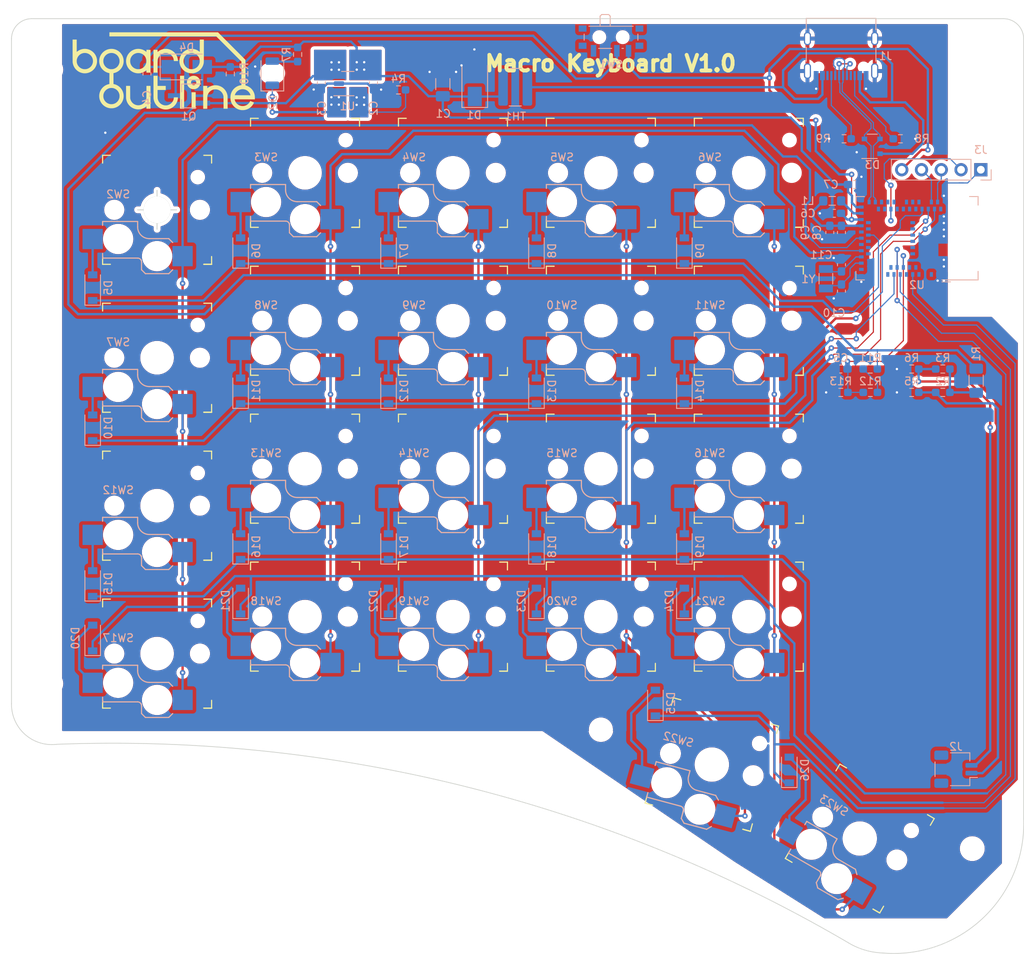
<source format=kicad_pcb>
(kicad_pcb (version 20211014) (generator pcbnew)
  (layers (0 "F.Cu" signal) (31 "B.Cu" signal) (34 "B.Paste" user) (35 "F.Paste" user) (36 "B.SilkS" user "B.Silkscreen") (37 "F.SilkS" user "F.Silkscreen") (38 "B.Mask" user) (39 "F.Mask" user) (44 "Edge.Cuts" user))
  (net 0 "")
  (net 1 "VBUS")
  (net 2 "GND")
  (net 3 "Net-(J2-Pad1)")
  (net 4 "Net-(J2-Pad2)")
  (net 5 "/keyboard/USB_N")
  (net 6 "/keyboard/USB_P")
  (net 7 "+BATT")
  (net 8 "/keyboard/BAT_VOUT")
  (net 9 "Net-(C8-Pad1)")
  (net 10 "Net-(C10-Pad2)")
  (net 11 "Net-(C11-Pad2)")
  (net 12 "/keyboard/ROW1")
  (net 13 "/keyboard/RESET")
  (net 19 "Net-(D5-Pad2)")
  (net 20 "/keyboard/SWDIO")
  (net 21 "/keyboard/SWDCLK")
  (net 25 "Net-(D6-Pad2)")
  (net 26 "Net-(D7-Pad2)")
  (net 52 "/keyboard/CC1")
  (net 54 "/keyboard/CC2")
  (net 56 "VDD")
  (net 57 "Net-(D8-Pad2)")
  (net 58 "Net-(L1-Pad2)")
  (net 59 "/keyboard/ROW2")
  (net 60 "Net-(D9-Pad2)")
  (net 61 "Net-(D10-Pad2)")
  (net 62 "Net-(D11-Pad2)")
  (net 63 "Net-(D12-Pad2)")
  (net 64 "Net-(D13-Pad2)")
  (net 65 "/keyboard/ROW3")
  (net 66 "Net-(D14-Pad2)")
  (net 67 "Net-(D15-Pad2)")
  (net 68 "Net-(D16-Pad2)")
  (net 69 "Net-(D17-Pad2)")
  (net 70 "Net-(D18-Pad2)")
  (net 71 "/keyboard/ROW4")
  (net 72 "Net-(D19-Pad2)")
  (net 73 "Net-(D20-Pad2)")
  (net 74 "Net-(D21-Pad2)")
  (net 75 "Net-(D22-Pad2)")
  (net 76 "Net-(D23-Pad2)")
  (net 77 "/keyboard/ROW5")
  (net 78 "Net-(D24-Pad2)")
  (net 79 "Net-(D25-Pad2)")
  (net 80 "/keyboard/COL1")
  (net 81 "/keyboard/COL2")
  (net 82 "/keyboard/COL3")
  (net 83 "/keyboard/COL4")
  (net 84 "/keyboard/COL5")
  (net 85 "Net-(C4-Pad1)")
  (net 86 "Net-(D2-Pad2)")
  (net 87 "Net-(D3-Pad4)")
  (net 88 "Net-(D26-Pad2)")
  (net 89 "Net-(R1-Pad2)")
  (net 90 "Net-(R11-Pad2)")
  (net 93 "/keyboard/STAT")
  (net 94 "/keyboard/PROG")
  (footprint "BT_Module_Test:Kailh_socket_PG1350" (layer "F.Cu") (at 254.05 198.8 -15)
    (fp_text reference "SW22")
    (fp_text value "SW_Push")
  )
  (footprint "MountingHole:MountingHole_2.2mm_M2_ISO14580" (layer "F.Cu") (at 287.5 109.55)
    (fp_text reference "H3" hide)
    (fp_text value "MountingHole M2")
  )
  (footprint "BT_Module_Test:Kailh_socket_PG1350" (layer "F.Cu") (at 220.8 179.8)
    (fp_text reference "SW19")
    (fp_text value "SW_Push")
  )
  (footprint "MountingHole:MountingHole_2.2mm_M2_ISO14580" (layer "F.Cu") (at 169.2 109.55)
    (fp_text reference "H4" hide)
    (fp_text value "MountingHole M2")
  )
  (footprint "BT_Module_Test:Kailh_socket_PG1350" (layer "F.Cu") (at 220.8 122.8)
    (fp_text reference "SW4")
    (fp_text value "SW_Push")
  )
  (footprint "LOGO" (layer "F.Cu") (at 183.65 109.75)
    (fp_text reference "G***" hide)
    (fp_text value "LOGO" hide)
  )
  (footprint "BT_Module_Test:Kailh_socket_PG1350" (layer "F.Cu") (at 220.8 160.8)
    (fp_text reference "SW14")
    (fp_text value "SW_Push")
  )
  (footprint "MountingHole:MountingHole_2.2mm_M2_ISO14580" (layer "F.Cu") (at 287.5 209.6)
    (fp_text reference "H2" hide)
    (fp_text value "MountingHole M2")
  )
  (footprint "BT_Module_Test:Kailh_socket_PG1350" (layer "F.Cu") (at 258.8 160.8)
    (fp_text reference "SW16")
    (fp_text value "SW_Push")
  )
  (footprint "BT_Module_Test:Kailh_socket_PG1350" (layer "F.Cu") (at 258.8 141.8)
    (fp_text reference "SW11")
    (fp_text value "SW_Push")
  )
  (footprint "MountingHole:MountingHole_2.2mm_M2_ISO14580" (layer "F.Cu") (at 239.8 194.3)
    (fp_text reference "H5" hide)
    (fp_text value "MountingHole M2")
  )
  (footprint "BT_Module_Test:Kailh_socket_PG1350" (layer "F.Cu") (at 182.8 165.55)
    (fp_text reference "SW12")
    (fp_text value "SW_Push")
  )
  (footprint "MountingHole:MountingHole_2.2mm_M2_ISO14580" (layer "F.Cu") (at 169.2 188.4)
    (fp_text reference "H1" hide)
    (fp_text value "MountingHole M2")
  )
  (footprint "BT_Module_Test:Kailh_socket_PG1350" (layer "F.Cu") (at 239.8 122.8)
    (fp_text reference "SW5")
    (fp_text value "SW_Push")
  )
  (footprint "BT_Module_Test:Kailh_socket_PG1350" (layer "F.Cu") (at 201.8 160.8)
    (fp_text reference "SW13")
    (fp_text value "SW_Push")
  )
  (footprint "BT_Module_Test:Kailh_socket_PG1350" (layer "F.Cu") (at 201.8 179.8)
    (fp_text reference "SW18")
    (fp_text value "SW_Push")
  )
  (footprint "BT_Module_Test:Kailh_socket_PG1350" (layer "F.Cu") (at 182.8 184.55)
    (fp_text reference "SW17")
    (fp_text value "SW_Push")
  )
  (footprint "BT_Module_Test:Kailh_socket_PG1350" (layer "F.Cu") (at 258.8 179.8)
    (fp_text reference "SW21")
    (fp_text value "SW_Push")
  )
  (footprint "BT_Module_Test:Kailh_socket_PG1350" (layer "F.Cu") (at 201.8 141.8)
    (fp_text reference "SW8")
    (fp_text value "SW_Push")
  )
  (footprint "BT_Module_Test:Kailh_socket_PG1350" (layer "F.Cu") (at 239.8 141.8)
    (fp_text reference "SW10")
    (fp_text value "SW_Push")
  )
  (footprint "BT_Module_Test:Kailh_socket_PG1350" (layer "F.Cu") (at 239.8 179.8)
    (fp_text reference "SW20")
    (fp_text value "SW_Push")
  )
  (footprint "BT_Module_Test:Kailh_socket_PG1350" (layer "F.Cu") (at 258.8 122.8)
    (fp_text reference "SW6")
    (fp_text value "SW_Push")
  )
  (footprint "BT_Module_Test:Kailh_socket_PG1350" (layer "F.Cu") (at 220.8 141.8)
    (fp_text reference "SW9")
    (fp_text value "SW_Push")
  )
  (footprint "BT_Module_Test:Kailh_socket_PG1350" (layer "F.Cu") (at 182.8 146.55)
    (fp_text reference "SW7")
    (fp_text value "SW_Push")
  )
  (footprint "BT_Module_Test:Kailh_socket_PG1350" (layer "F.Cu") (at 239.8 160.8)
    (fp_text reference "SW15")
    (fp_text value "SW_Push")
  )
  (footprint "BT_Module_Test:Kailh_socket_PG1350" (layer "F.Cu") (at 273.05 208.3 -30)
    (fp_text reference "SW23")
    (fp_text value "SW_Push")
  )
  (footprint "BT_Module_Test:Kailh_socket_PG1350" (layer "F.Cu") (at 201.8 122.8)
    (fp_text reference "SW3")
    (fp_text value "SW_Push")
  )
  (footprint "BT_Module_Test:Kailh_socket_PG1350" (layer "F.Cu") (at 182.8 127.55)
    (fp_text reference "SW2")
    (fp_text value "SW_Push")
  )
  (footprint "Capacitor_SMD:C_0603_1608Metric_Pad1.08x0.95mm_HandSolder" (layer "B.Cu") (at 270.7 134.6 -90)
    (fp_text reference "C11")
    (fp_text value "15pF")
  )
  (footprint "Diode_SMD:D_SOD-123" (layer "B.Cu") (at 193.525 170.8 90)
    (fp_text reference "D16")
    (fp_text value "1N4148W")
  )
  (footprint "Diode_SMD:D_SOD-123" (layer "B.Cu") (at 212.525 177.8 90)
    (fp_text reference "D22")
    (fp_text value "1N4148W")
  )
  (footprint "Inductor_SMD:L_0805_2012Metric_Pad1.05x1.20mm_HandSolder" (layer "B.Cu") (at 269.51 126.4)
    (fp_text reference "L1")
    (fp_text value "10uH")
  )
  (footprint "Resistor_SMD:R_0603_1608Metric_Pad0.98x0.95mm_HandSolder" (layer "B.Cu") (at 283.7125 151 180)
    (fp_text reference "R2")
    (fp_text value "N.F.")
  )
  (footprint "Diode_SMD:D_SOD-123" (layer "B.Cu") (at 212.525 132.8 90)
    (fp_text reference "D7")
    (fp_text value "1N4148W")
  )
  (footprint "Capacitor_SMD:C_0603_1608Metric_Pad1.08x0.95mm_HandSolder" (layer "B.Cu") (at 272.4 124.3)
    (fp_text reference "C7")
    (fp_text value "4u7F")
  )
  (footprint "Resistor_SMD:R_0603_1608Metric_Pad0.98x0.95mm_HandSolder" (layer "B.Cu") (at 279.7125 148 180)
    (fp_text reference "R6")
    (fp_text value "N.F.")
  )
  (footprint "Package_TO_SOT_SMD:TSOT-23_HandSoldering" (layer "B.Cu") (at 186.9 112.9 180)
    (fp_text reference "Q1")
    (fp_text value "DMG2301L-7")
  )
  (footprint "Diode_SMD:D_SOD-123" (layer "B.Cu") (at 231.525 177.8 90)
    (fp_text reference "D23")
    (fp_text value "1N4148W")
  )
  (footprint "Diode_SMD:D_SOD-123" (layer "B.Cu") (at 250.525 150.8 90)
    (fp_text reference "D14")
    (fp_text value "1N4148W")
  )
  (footprint "Diode_SMD:D_SOD-123" (layer "B.Cu") (at 231.525 170.8 90)
    (fp_text reference "D18")
    (fp_text value "1N4148W")
  )
  (footprint "Capacitor_SMD:C_0603_1608Metric_Pad1.08x0.95mm_HandSolder" (layer "B.Cu") (at 270.7 130.4625 -90)
    (fp_text reference "C8")
    (fp_text value "1uF")
  )
  (footprint "Resistor_SMD:R_0603_1608Metric_Pad0.98x0.95mm_HandSolder" (layer "B.Cu") (at 192.2 110.1 -90)
    (fp_text reference "R10")
    (fp_text value "10K")
  )
  (footprint "Connector_PinHeader_2.54mm:PinHeader_1x05_P2.54mm_Vertical" (layer "B.Cu") (at 288.6 122.4 90)
    (fp_text reference "J3")
    (fp_text value "Conn_01x05")
  )
  (footprint "Package_TO_SOT_SMD:SOT-143" (layer "B.Cu") (at 274.65 119.4)
    (fp_text reference "D3")
    (fp_text value "PRTR5V0U2X")
  )
  (footprint "Diode_SMD:D_SOD-123" (layer "B.Cu") (at 174.525 137.55 90)
    (fp_text reference "D5")
    (fp_text value "1N4148W")
  )
  (footprint "Resistor_SMD:R_0603_1608Metric_Pad0.98x0.95mm_HandSolder" (layer "B.Cu") (at 278.27 118.425)
    (fp_text reference "R8")
    (fp_text value "5K1")
  )
  (footprint "Connector_USB:USB_C_Receptacle_Palconn_UTC16-G" (layer "B.Cu") (at 270.65 107.8)
    (fp_text reference "J1")
    (fp_text value "USB_C_Receptacle_USB2.0")
  )
  (footprint "Diode_SMD:D_SOD-123" (layer "B.Cu") (at 212.525 170.8 90)
    (fp_text reference "D17")
    (fp_text value "1N4148W")
  )
  (footprint "Capacitor_SMD:C_0603_1608Metric_Pad1.08x0.95mm_HandSolder" (layer "B.Cu") (at 270.7 138 90)
    (fp_text reference "C10")
    (fp_text value "15pF")
  )
  (footprint "Diode_SMD:D_SOD-123" (layer "B.Cu") (at 231.525 150.8 90)
    (fp_text reference "D13")
    (fp_text value "1N4148W")
  )
  (footprint "Diode_SMD:D_SOD-123" (layer "B.Cu") (at 174.525 155.55 90)
    (fp_text reference "D10")
    (fp_text value "1N4148W")
  )
  (footprint "Diode_SMD:D_SOD-123" (layer "B.Cu") (at 193.525 132.8 90)
    (fp_text reference "D6")
    (fp_text value "1N4148W")
  )
  (footprint "LED_SMD:LED_1206_3216Metric_ReverseMount_Hole1.8x2.4mm" (layer "B.Cu") (at 197.6 110 90)
    (fp_text reference "D2")
    (fp_text value "LED")
  )
  (footprint "Resistor_SMD:R_0603_1608Metric_Pad0.98x0.95mm_HandSolder" (layer "B.Cu") (at 279.7125 151 180)
    (fp_text reference "R5")
    (fp_text value "0R")
  )
  (footprint "Resistor_SMD:R_0603_1608Metric_Pad0.98x0.95mm_HandSolder" (layer "B.Cu") (at 270.6125 151 180)
    (fp_text reference "R13")
    (fp_text value "10M")
  )
  (footprint "Capacitor_SMD:C_0603_1608Metric_Pad1.08x0.95mm_HandSolder" (layer "B.Cu") (at 210.5925 111.2375 -90)
    (fp_text reference "C2")
    (fp_text value "4u7F")
  )
  (footprint "Capacitor_SMD:C_0603_1608Metric_Pad1.08x0.95mm_HandSolder" (layer "B.Cu") (at 203.8925 111.2375 -90)
    (fp_text reference "C3")
    (fp_text value "4u7F")
  )
  (footprint "Diode_SMD:D_SOD-123" (layer "B.Cu") (at 212.525 150.8 90)
    (fp_text reference "D12")
    (fp_text value "1N4148W")
  )
  (footprint "Resistor_SMD:R_1218_3246Metric_Pad1.22x4.75mm_HandSolder" (layer "B.Cu") (at 228.8 111.8)
    (fp_text reference "TH1")
    (fp_text value "MF-MSMF050-2")
  )
  (footprint "Diode_SMD:D_SOD-123" (layer "B.Cu") (at 193.525 177.8 90)
    (fp_text reference "D21")
    (fp_text value "1N4148W")
  )
  (footprint "Diode_SMD:D_SOD-123" (layer "B.Cu") (at 174.525 175.55 90)
    (fp_text reference "D15")
    (fp_text value "1N4148W")
  )
  (footprint "Diode_SMD:D_SOD-123" (layer "B.Cu") (at 250.525 170.8 90)
    (fp_text reference "D19")
    (fp_text value "1N4148W")
  )
  (footprint "Button_Switch_SMD:SW_SPDT_PCM12" (layer "B.Cu") (at 241.1 105.7)
    (fp_text reference "SW1")
    (fp_text value "SW_SPDT PCM12SMTR")
  )
  (footprint "Resistor_SMD:R_0603_1608Metric_Pad0.98x0.95mm_HandSolder" (layer "B.Cu") (at 213.8 112.15 180)
    (fp_text reference "R4")
    (fp_text value "20K")
  )
  (footprint "RF_Module:Raytac_MDBT50Q" (layer "B.Cu") (at 280.4 131.2 90)
    (fp_text reference "U2")
    (fp_text value "MDBT50Q-1MV2")
  )
  (footprint "Capacitor_SMD:C_1206_3216Metric_Pad1.33x1.80mm_HandSolder" (layer "B.Cu") (at 219.5 111.4 90)
    (fp_text reference "C1")
    (fp_text value "10uF")
  )
  (footprint "Diode_SMD:D_SOD-123" (layer "B.Cu") (at 246.8 190.9 90)
    (fp_text reference "D25")
    (fp_text value "1N4148W")
  )
  (footprint "Diode_SMD:D_SOD-123" (layer "B.Cu") (at 250.525 132.8 90)
    (fp_text reference "D9")
    (fp_text value "1N4148W")
  )
  (footprint "Connector_JST:JST_SH_SM02B-SRSS-TB_1x02-1MP_P1.00mm_Horizontal" (layer "B.Cu") (at 285.4 199.4 90)
    (fp_text reference "J2")
    (fp_text value "JST SM02B-SRSS-TB(LF)(SN)")
  )
  (footprint "Capacitor_SMD:C_0603_1608Metric_Pad1.08x0.95mm_HandSolder" (layer "B.Cu") (at 181.5 110.1 -90)
    (fp_text reference "C4")
    (fp_text value "4u7F")
  )
  (footprint "Diode_SMD:D_SOD-123" (layer "B.Cu") (at 193.525 150.8 90)
    (fp_text reference "D11")
    (fp_text value "1N4148W")
  )
  (footprint "Capacitor_SMD:C_0603_1608Metric_Pad1.08x0.95mm_HandSolder" (layer "B.Cu") (at 270.6125 148 180)
    (fp_text reference "C5")
    (fp_text value "10nF")
  )
  (footprint "Diode_SMD:D_SOD-123" (layer "B.Cu") (at 231.525 132.8 90)
    (fp_text reference "D8")
    (fp_text value "1N4148W")
  )
  (footprint "Resistor_SMD:R_0603_1608Metric_Pad0.98x0.95mm_HandSolder" (layer "B.Cu") (at 274.4125 151 180)
    (fp_text reference "R12")
    (fp_text value "2M")
  )
  (footprint "Diode_SMD:D_SMA" (layer "B.Cu") (at 223.6 111 90)
    (fp_text reference "D1")
    (fp_text value "SMAJ5.0A")
  )
  (footprint "Resistor_SMD:R_0603_1608Metric_Pad0.98x0.95mm_HandSolder" (layer "B.Cu") (at 271.03 118.425 180)
    (fp_text reference "R9")
    (fp_text value "5K1")
  )
  (footprint "Resistor_SMD:R_0603_1608Metric_Pad0.98x0.95mm_HandSolder" (layer "B.Cu") (at 200.85 107.6 -90)
    (fp_text reference "R7")
    (fp_text value "N.F.")
  )
  (footprint "Capacitor_SMD:C_0603_1608Metric_Pad1.08x0.95mm_HandSolder" (layer "B.Cu") (at 269.78 128 180)
    (fp_text reference "C6")
    (fp_text value "4u7F")
  )
  (footprint "Package_TO_SOT_SMD:SOT-23-5" (layer "B.Cu") (at 207.2925 111.3375)
    (fp_text reference "U1")
    (fp_text value "MCP73831T-2ACI/OT")
  )
  (footprint "Diode_SMD:D_SOD-123" (layer "B.Cu") (at 174.525 182.55 90)
    (fp_text reference "D20")
    (fp_text value "1N4148W")
  )
  (footprint "Diode_SMD:D_SMA" (layer "B.Cu") (at 186.6 109.2)
    (fp_text reference "D4")
    (fp_text value "B160-E3")
  )
  (footprint "Diode_SMD:D_SOD-123" (layer "B.Cu") (at 264 199.5 90)
    (fp_text reference "D26")
    (fp_text value "1N4148W")
  )
  (footprint "Resistor_SMD:R_0603_1608Metric_Pad0.98x0.95mm_HandSolder" (layer "B.Cu") (at 274.4 148 180)
    (fp_text reference "R11")
    (fp_text value "2M")
  )
  (footprint "Capacitor_SMD:C_0603_1608Metric_Pad1.08x0.95mm_HandSolder" (layer "B.Cu") (at 269.2 130.4625 -90)
    (fp_text reference "C9")
    (fp_text value "4u7F")
  )
  (footprint "Resistor_SMD:R_1206_3216Metric_Pad1.30x1.75mm_HandSolder" (layer "B.Cu") (at 288 149.5 -90)
    (fp_text reference "R1")
    (fp_text value "0R")
  )
  (footprint "Crystal:Crystal_SMD_3215-2Pin_3.2x1.5mm" (layer "B.Cu") (at 268.7 136.4 -90)
    (fp_text reference "Y1")
    (fp_text value "32768Hz")
  )
  (footprint "Diode_SMD:D_SOD-123" (layer "B.Cu") (at 250.525 177.8 90)
    (fp_text reference "D24")
    (fp_text value "1N4148W")
  )
  (footprint "Resistor_SMD:R_0603_1608Metric_Pad0.98x0.95mm_HandSolder" (layer "B.Cu") (at 283.7125 148 180)
    (fp_text reference "R3")
    (fp_text value "0R")
  )
  (gr_arc (start 169.9 196.2) (mid 165.8209 194.91513) (end 164.1 191) (layer "Edge.Cuts") (width 0.1))
  (gr_line (start 164.1 191) (end 164.09952 105.60048) (layer "Edge.Cuts") (width 0.1))
  (gr_arc (start 164.09952 105.60048) (mid 164.86119 103.761676) (end 166.7 103) (layer "Edge.Cuts") (width 0.1))
  (gr_arc (start 169.9 196.2) (mid 222.575044 201.671293) (end 271.6 221.7) (layer "Edge.Cuts") (width 0.1))
  (gr_arc (start 294.1 205.8) (mid 288.921268 218.473813) (end 276 223) (layer "Edge.Cuts") (width 0.1))
  (gr_line (start 294.10048 105.60048) (end 294.1 205.8) (layer "Edge.Cuts") (width 0.1))
  (gr_line (start 166.7 103) (end 291.5 103) (layer "Edge.Cuts") (width 0.1))
  (gr_arc (start 291.5 103) (mid 293.338817 103.761663) (end 294.10048 105.60048) (layer "Edge.Cuts") (width 0.1))
  (gr_arc (start 276 223) (mid 273.717202 222.630239) (end 271.6 221.7) (layer "Edge.Cuts") (width 0.1))
  (gr_text "Macro Keyboard V1.0" (at 241.05 108.75) (layer "F.SilkS") (effects (font (size 2 2) (thickness 0.5))))
  (target plus (at 182.8 127.55) (size 5) (width 0.1) (layer "Edge.Cuts"))
  (target plus (at 182.8 127.55) (size 5) (width 0.1) (layer "Edge.Cuts"))
  (via (at 208.4425 109.55) (size 0.7) (drill 0.3) (layers "F.Cu" "B.Cu") (net 1))
  (via (at 209.4 109.55) (size 0.7) (drill 0.3) (layers "F.Cu" "B.Cu") (net 1))
  (via (at 208.4425 108.5925) (size 0.7) (drill 0.3) (layers "F.Cu" "B.Cu") (net 1))
  (via (at 209.4 108.5925) (size 0.7) (drill 0.3) (layers "F.Cu" "B.Cu") (net 1))
  (segment (start 272.05 125.75) (end 271.5375 125.2375) (width 0.3) (layer "B.Cu") (net 1))
  (segment (start 208.4425 110.375) (end 208.43 110.3875) (width 0.3) (layer "B.Cu") (net 1))
  (segment (start 201.5875 105.95) (end 207.7 105.95) (width 0.3) (layer "B.Cu") (net 1))
  (segment (start 223.6 113) (end 227.2375 113) (width 0.3) (layer "B.Cu") (net 1))
  (segment (start 273.25 127.2) (end 272.6 127.2) (width 0.3) (layer "B.Cu") (net 1))
  (segment (start 193.5125 109.1875) (end 192.2 109.1875) (width 0.3) (layer "B.Cu") (net 1))
  (segment (start 200.7625 106.6) (end 200.85 106.6875) (width 0.3) (layer "B.Cu") (net 1))
  (segment (start 265.6 119.95) (end 265.6 117.15) (width 0.3) (layer "B.Cu") (net 1))
  (segment (start 271.5375 125.2375) (end 271.5375 124.3) (width 0.3) (layer "B.Cu") (net 1))
  (segment (start 217.6625 112.9625) (end 219.5 112.9625) (width 0.3) (layer "B.Cu") (net 1))
  (segment (start 269.95 124.3) (end 265.6 119.95) (width 0.3) (layer "B.Cu") (net 1))
  (segment (start 264.15 115.7) (end 220.5 115.7) (width 0.3) (layer "B.Cu") (net 1))
  (segment (start 192.1875 109.2) (end 188.6 109.2) (width 0.3) (layer "B.Cu") (net 1))
  (segment (start 219.5 114.7) (end 219.5 112.9625) (width 0.3) (layer "B.Cu") (net 1))
  (segment (start 210.5925 110.375) (end 208.4425 110.375) (width 0.3) (layer "B.Cu") (net 1))
  (segment (start 272.6 127.2) (end 272.05 126.65) (width 0.3) (layer "B.Cu") (net 1))
  (segment (start 208.43 110.3875) (end 208.43 108.5175) (width 0.3) (layer "B.Cu") (net 1))
  (segment (start 220.5 115.7) (end 219.5 114.7) (width 0.3) (layer "B.Cu") (net 1))
  (segment (start 196.1 106.6) (end 200.7625 106.6) (width 0.3) (layer "B.Cu") (net 1))
  (segment (start 271.5375 124.3) (end 269.95 124.3) (width 0.3) (layer "B.Cu") (net 1))
  (segment (start 219.5375 113) (end 223.6 113) (width 0.3) (layer "B.Cu") (net 1))
  (segment (start 207.7 105.95) (end 208.43 106.68) (width 0.3) (layer "B.Cu") (net 1))
  (segment (start 265.6 117.15) (end 264.15 115.7) (width 0.3) (layer "B.Cu") (net 1))
  (segment (start 188.6 111.94) (end 188.61 111.95) (width 0.3) (layer "B.Cu") (net 1))
  (segment (start 196.1 106.6) (end 193.5125 109.1875) (width 0.3) (layer "B.Cu") (net 1))
  (segment (start 192.2 109.1875) (end 192.1875 109.2) (width 0.3) (layer "B.Cu") (net 1))
  (segment (start 272.05 126.65) (end 272.05 125.75) (width 0.3) (layer "B.Cu") (net 1))
  (segment (start 210.5925 110.375) (end 215.075 110.375) (width 0.3) (layer "B.Cu") (net 1))
  (segment (start 215.075 110.375) (end 217.6625 112.9625) (width 0.3) (layer "B.Cu") (net 1))
  (segment (start 208.43 108.5175) (end 208.4125 108.5) (width 0.3) (layer "B.Cu") (net 1))
  (segment (start 188.6 109.2) (end 188.6 111.94) (width 0.3) (layer "B.Cu") (net 1))
  (segment (start 270.05 124.3) (end 271.5375 124.3) (width 0.3) (layer "B.Cu") (net 1))
  (segment (start 200.85 106.6875) (end 201.5875 105.95) (width 0.3) (layer "B.Cu") (net 1))
  (segment (start 208.43 106.68) (end 208.43 108.5175) (width 0.3) (layer "B.Cu") (net 1))
  (segment (start 219.5 112.9625) (end 219.5375 113) (width 0.3) (layer "B.Cu") (net 1))
  (via (at 273.25 136.8) (size 0.7) (drill 0.3) (layers "F.Cu" "B.Cu") (net 2))
  (via (at 277.82 151) (size 0.7) (drill 0.3) (layers "F.Cu" "B.Cu") (net 2))
  (via (at 221.9 109) (size 0.7) (drill 0.3) (layers "F.Cu" "B.Cu") (net 2))
  (via (at 283.85 129.25) (size 0.7) (drill 0.3) (layers "F.Cu" "B.Cu") (net 2))
  (via (at 269.1125 118.425) (size 0.7) (drill 0.3) (layers "F.Cu" "B.Cu") (net 2))
  (via (at 283.85 133.975) (size 0.7) (drill 0.3) (layers "F.Cu" "B.Cu") (net 2))
  (via (at 272.6575 120.15) (size 0.7) (drill 0.3) (layers "F.Cu" "B.Cu") (net 2))
  (via (at 221.2 109.8375) (size 0.7) (drill 0.3) (layers "F.Cu" "B.Cu") (net 2))
  (via (at 283.85 130.95) (size 0.7) (drill 0.3) (layers "F.Cu" "B.Cu") (net 2))
  (via (at 273.2625 123.3075) (size 0.7) (drill 0.3) (layers "F.Cu" "B.Cu") (net 2))
  (via (at 223.55 106.95) (size 0.7) (drill 0.3) (layers "F.Cu" "B.Cu") (net 2))
  (via (at 269.7075 133.7375) (size 0.7) (drill 0.3) (layers "F.Cu" "B.Cu") (net 2))
  (via (at 195.4 109.15) (size 0.7) (drill 0.3) (layers "F.Cu" "B.Cu") (net 2))
  (via (at 267.925 128) (size 0.7) (drill 0.3) (layers "F.Cu" "B.Cu") (net 2))
  (via (at 268.2075 131.325) (size 0.7) (drill 0.3) (layers "F.Cu" "B.Cu") (net 2))
  (via (at 283.85 125.75) (size 0.7) (drill 0.3) (layers "F.Cu" "B.Cu") (net 2))
  (via (at 267.45 112) (size 0.7) (drill 0.3) (layers "F.Cu" "B.Cu") (net 2))
  (via (at 277.82 148) (size 0.7) (drill 0.3) (layers "F.Cu" "B.Cu") (net 2))
  (via (at 280.175 118.425) (size 0.7) (drill 0.3) (layers "F.Cu" "B.Cu") (net 2))
  (via (at 283.85 136.65) (size 0.7) (drill 0.3) (layers "F.Cu" "B.Cu") (net 2))
  (via (at 283.85 134.825) (size 0.7) (drill 0.3) (layers "F.Cu" "B.Cu") (net 2))
  (via (at 217.8 109.8375) (size 0.7) (drill 0.3) (layers "F.Cu" "B.Cu") (net 2))
  (via (at 273.85 112) (size 0.7) (drill 0.3) (layers "F.Cu" "B.Cu") (net 2))
  (via (at 283.85 128.4) (size 0.7) (drill 0.3) (layers "F.Cu" "B.Cu") (net 2))
  (via (at 202.9125 112.1) (size 0.7) (drill 0.3) (layers "F.Cu" "B.Cu") (net 2))
  (via (at 176.15 117.65) (size 0.7) (drill 0.3) (layers "F.Cu" "B.Cu") (net 2))
  (via (at 269.7075 138.925) (size 0.7) (drill 0.3) (layers "F.Cu" "B.Cu") (net 2))
  (via (at 283.85 130.1) (size 0.7) (drill 0.3) (layers "F.Cu" "B.Cu") (net 2))
  (via (at 211.5725 112.1125) (size 0.7) (drill 0.3) (layers "F.Cu" "B.Cu") (net 2))
  (via (at 283.05 136.65) (size 0.7) (drill 0.3) (layers "F.Cu" "B.Cu") (net 2))
  (via (at 268.7325 151) (size 0.7) (drill 0.3) (layers "F.Cu" "B.Cu") (net 2))
  (segment (start 193.525 111.025) (end 195.4 109.15) (width 0.6) (layer "B.Cu") (net 2))
  (segment (start 181.4875 112.3125) (end 176.15 117.65) (width 0.6) (layer "B.Cu") (net 2))
  (segment (start 273.25 126.4) (end 273.25 124.3125) (width 0.3) (layer "B.Cu") (net 2))
  (segment (start 273.85 110.31) (end 273.85 112) (width 0.6) (layer "B.Cu") (net 2))
  (segment (start 285.8 124.1) (end 286.9 124.1) (width 0.15) (layer "B.Cu") (net 2))
  (segment (start 206.155 111.3375) (end 209.83 111.3375) (width 0.3) (layer "B.Cu") (net 2))
  (segment (start 285.8 124.1) (end 284.15 124.1) (width 0.15) (layer "B.Cu") (net 2))
  (segment (start 286.9 124.1) (end 288.6 122.4) (width 0.15) (layer "B.Cu") (net 2))
  (segment (start 203.8925 112.1) (end 202.9125 112.1) (width 0.6) (layer "B.Cu") (net 2))
  (segment (start 269.7 148.05) (end 269.75 148) (width 0.3) (layer "B.Cu") (net 2))
  (segment (start 206.155 111.3375) (end 204.655 111.3375) (width 0.3) (layer "B.Cu") (net 2))
  (segment (start 279.195 118.425) (end 280.175 118.425) (width 0.6) (layer "B.Cu") (net 2))
  (segment (start 209.83 111.3375) (end 210.5925 112.1) (width 0.3) (layer "B.Cu") (net 2))
  (segment (start 269.7125 151) (end 268.7325 151) (width 0.6) (layer "B.Cu") (net 2))
  (segment (start 273.25 124.3125) (end 273.2625 124.3) (width 0.15) (layer "B.Cu") (net 2))
  (segment (start 270.6875 138.925) (end 269.7075 138.925) (width 0.6) (layer "B.Cu") (net 2))
  (segment (start 192.2125 111.025) (end 193.525 111.025) (width 0.6) (layer "B.Cu") (net 2))
  (segment (start 283.85 124.4) (end 283.85 125.75) (width 0.15) (layer "B.Cu") (net 2))
  (segment (start 270.6875 133.7375) (end 269.7075 133.7375) (width 0.6) (layer "B.Cu") (net 2))
  (segment (start 273.6375 120.15) (end 272.6575 120.15) (width 0.6) (layer "B.Cu") (net 2))
  (segment (start 206.155 111.3375) (end 206.1625 111.3375) (width 0.15) (layer "B.Cu") (net 2))
  (segment (start 284.15 124.1) (end 283.85 124.4) (width 0.15) (layer "B.Cu") (net 2))
  (segment (start 273.2625 124.2875) (end 273.2625 123.3075) (width 0.6) (layer "B.Cu") (net 2))
  (segment (start 206.1625 111.3375) (end 206.2 111.3) (width 0.15) (layer "B.Cu") (net 2))
  (segment (start 268.905 128) (end 267.925 128) (width 0.6) (layer "B.Cu") (net 2))
  (segment (start 267.45 110.31) (end 267.45 112) (width 0.6) (layer "B.Cu") (net 2))
  (segment (start 181.4875 110.9625) (end 181.4875 112.3125) (width 0.6) (layer "B.Cu") (net 2))
  (segment (start 270.0925 118.425) (end 269.1125 118.425) (width 0.6) (layer "B.Cu") (net 2))
  (segment (start 286.375 124.1) (end 285.8 124.1) (width 0.15) (layer "B.Cu") (net 2))
  (segment (start 269.1875 131.325) (end 268.2075 131.325) (width 0.6) (layer "B.Cu") (net 2))
  (segment (start 278.8 148) (end 277.82 148) (width 0.6) (layer "B.Cu") (net 2))
  (segment (start 269.7 151) (end 269.7 148.05) (width 0.3) (layer "B.Cu") (net 2))
  (segment (start 278.8 151) (end 277.82 151) (width 0.6) (layer "B.Cu") (net 2))
  (segment (start 204.655 111.3375) (end 203.8925 112.1) (width 0.3) (layer "B.Cu") (net 2))
  (segment (start 210.5925 112.1125) (end 211.5725 112.1125) (width 0.6) (layer "B.Cu") (net 2))
  (segment (start 269.2 131.325) (end 270.7 131.325) (width 0.7) (layer "B.Cu") (net 2))
  (segment (start 290.1 152.4) (end 284.2 152.4) (width 0.3) (layer "B.Cu") (net 3))
  (segment (start 284.2 152.4) (end 282.8 151) (width 0.3) (layer "B.Cu") (net 3))
  (segment (start 290.8 153.1) (end 290.1 152.4) (width 0.3) (layer "B.Cu") (net 3))
  (segment (start 290.8 197.9) (end 290.8 153.1) (width 0.3) (layer "B.Cu") (net 3))
  (segment (start 280.625 151) (end 282.8 151) (width 0.3) (layer "B.Cu") (net 3))
  (segment (start 287.4 199.9) (end 288.8 199.9) (width 0.3) (layer "B.Cu") (net 3))
  (segment (start 288.8 199.9) (end 290.8 197.9) (width 0.3) (layer "B.Cu") (net 3))
  (segment (start 289.8 155.5) (end 289.8 152.4) (width 0.3) (layer "F.Cu") (net 4))
  (segment (start 287 149.6) (end 280.6 149.6) (width 0.3) (layer "F.Cu") (net 4))
  (segment (start 289.8 152.4) (end 287 149.6) (width 0.3) (layer "F.Cu") (net 4))
  (via (at 289.8 155.5) (size 0.7) (drill 0.3) (layers "F.Cu" "B.Cu") (net 4))
  (via (at 280.6 149.6) (size 0.7) (drill 0.3) (layers "F.Cu" "B.Cu") (net 4))
  (segment (start 280.6 149.6) (end 280.6 148.025) (width 0.3) (layer "B.Cu") (net 4))
  (segment (start 280.6 148.025) (end 280.625 148) (width 0.3) (layer "B.Cu") (net 4))
  (segment (start 280.625 148) (end 282.8 148) (width 0.3) (layer "B.Cu") (net 4))
  (segment (start 287.9 198.9) (end 287.4 198.9) (width 0.3) (layer "B.Cu") (net 4))
  (segment (start 289.8 197) (end 287.9 198.9) (width 0.3) (layer "B.Cu") (net 4))
  (segment (start 289.8 155.5) (end 289.8 197) (width 0.3) (layer "B.Cu") (net 4))
  (segment (start 271.1 108.4) (end 270.8 108.1) (width 0.15) (layer "B.Cu") (net 5))
  (segment (start 270.9 110.31) (end 270.9 111.180001) (width 0.15) (layer "B.Cu") (net 5))
  (segment (start 270.8 112.35) (end 274.8 116.35) (width 0.15) (layer "B.Cu") (net 5))
  (segment (start 269.9 109.2) (end 269.9 110.31) (width 0.15) (layer "B.Cu") (net 5))
  (segment (start 270.9 109.4) (end 271.1 109.2) (width 0.15) (layer "B.Cu") (net 5))
  (segment (start 275.65 117.924999) (end 275.65 118.45) (width 0.15) (layer "B.Cu") (net 5))
  (segment (start 269.7 108.4) (end 269.7 109) (width 0.15) (layer "B.Cu") (net 5))
  (segment (start 270.9 111.180001) (end 270.8 111.280001) (width 0.15) (layer "B.Cu") (net 5))
  (segment (start 275.05 126.099999) (end 275.05 126.55) (width 0.15) (layer "B.Cu") (net 5))
  (segment (start 269.7 109) (end 269.9 109.2) (width 0.15) (layer "B.Cu") (net 5))
  (segment (start 270 108.1) (end 269.7 108.4) (width 0.15) (layer "B.Cu") (net 5))
  (segment (start 274.8 119.35) (end 274.8 125.849999) (width 0.15) (layer "B.Cu") (net 5))
  (segment (start 274.8 116.35) (end 274.8 117.074999) (width 0.15) (layer "B.Cu") (net 5))
  (segment (start 274.8 125.849999) (end 275.05 126.099999) (width 0.15) (layer "B.Cu") (net 5))
  (segment (start 270.8 111.280001) (end 270.8 112.35) (width 0.15) (layer "B.Cu") (net 5))
  (segment (start 275.65 118.45) (end 275.65 118.5) (width 0.15) (layer "B.Cu") (net 5))
  (segment (start 275.65 118.5) (end 274.8 119.35) (width 0.15) (layer "B.Cu") (net 5))
  (segment (start 271.1 109.2) (end 271.1 108.4) (width 0.15) (layer "B.Cu") (net 5))
  (segment (start 274.8 117.074999) (end 275.65 117.924999) (width 0.15) (layer "B.Cu") (net 5))
  (segment (start 270.8 108.1) (end 270 108.1) (width 0.15) (layer "B.Cu") (net 5))
  (segment (start 270.9 110.31) (end 270.9 109.4) (width 0.15) (layer "B.Cu") (net 5))
  (segment (start 271.8 108.8) (end 270.4 108.8) (width 0.15) (layer "F.Cu") (net 6))
  (via (at 271.8 108.8) (size 0.7) (drill 0.3) (layers "F.Cu" "B.Cu") (net 6))
  (via (at 270.4 108.8) (size 0.7) (drill 0.3) (layers "F.Cu" "B.Cu") (net 6))
  (segment (start 274.5 116.474264) (end 274.5 117.074999) (width 0.15) (layer "B.Cu") (net 6))
  (segment (start 271.4 109.2) (end 271.8 108.8) (width 0.15) (layer "B.Cu") (net 6))
  (segment (start 270.4 111.180001) (end 270.5 111.280001) (width 0.15) (layer "B.Cu") (net 6))
  (segment (start 273.65 117.924999) (end 273.65 118.45) (width 0.15) (layer "B.Cu") (net 6))
  (segment (start 274.5 125.849999) (end 274.25 126.099999) (width 0.15) (layer "B.Cu") (net 6))
  (segment (start 271.4 110.31) (end 271.4 109.2) (width 0.15) (layer "B.Cu") (net 6))
  (segment (start 270.4 110.31) (end 270.4 111.180001) (width 0.15) (layer "B.Cu") (net 6))
  (segment (start 270.4 110.31) (end 270.4 108.8) (width 0.15) (layer "B.Cu") (net 6))
  (segment (start 273.65 118.5) (end 274.5 119.35) (width 0.15) (layer "B.Cu") (net 6))
  (segment (start 274.5 117.074999) (end 273.65 117.924999) (width 0.15) (layer "B.Cu") (net 6))
  (segment (start 273.65 118.45) (end 273.65 118.5) (width 0.15) (layer "B.Cu") (net 6))
  (segment (start 270.5 112.474264) (end 274.5 116.474264) (width 0.15) (layer "B.Cu") (net 6))
  (segment (start 270.5 111.280001) (end 270.5 112.474264) (width 0.15) (layer "B.Cu") (net 6))
  (segment (start 274.25 126.099999) (end 274.25 126.55) (width 0.15) (layer "B.Cu") (net 6))
  (segment (start 274.5 119.35) (end 274.5 125.849999) (width 0.15) (layer "B.Cu") (net 6))
  (via (at 205.1975 108.605) (size 0.7) (drill 0.3) (layers "F.Cu" "B.Cu") (net 7))
  (via (at 206.155 109.5625) (size 0.7) (drill 0.3) (layers "F.Cu" "B.Cu") (net 7))
  (via (at 206.155 108.605) (size 0.7) (drill 0.3) (layers "F.Cu" "B.Cu") (net 7))
  (via (at 205.1975 109.5625) (size 0.7) (drill 0.3) (layers "F.Cu" "B.Cu") (net 7))
  (segment (start 202.825 110.375) (end 199.35 113.85) (width 0.3) (layer "B.Cu") (net 7))
  (segment (start 188.61 113.85) (end 187.95 113.85) (width 0.3) (layer "B.Cu") (net 7))
  (segment (start 275.3125 148) (end 275.3125 145.6125) (width 0.15) (layer "B.Cu") (net 7))
  (segment (start 262.05 140) (end 266.9 140) (width 0.3) (layer "B.Cu") (net 7))
  (segment (start 203.8925 110.375) (end 202.825 110.375) (width 0.3) (layer "B.Cu") (net 7))
  (segment (start 288 147.95) (end 287.95 147.95) (width 0.3) (layer "B.Cu") (net 7))
  (segment (start 188.9 140.95) (end 193.9 135.95) (width 0.3) (layer "B.Cu") (net 7))
  (segment (start 287.95 147.95) (end 285.6 145.6) (width 0.3) (layer "B.Cu") (net 7))
  (segment (start 203.905 110.3875) (end 203.8925 110.375) (width 0.3) (layer "B.Cu") (net 7))
  (segment (start 199.35 113.85) (end 188.61 113.85) (width 0.3) (layer "B.Cu") (net 7))
  (segment (start 171.4 139.7) (end 172.65 140.95) (width 0.3) (layer "B.Cu") (net 7))
  (segment (start 171.4 124.9) (end 171.4 139.7) (width 0.3) (layer "B.Cu") (net 7))
  (segment (start 285.6 145.6) (end 275.3 145.6) (width 0.3) (layer "B.Cu") (net 7))
  (segment (start 193.9 135.95) (end 258 135.95) (width 0.3) (layer "B.Cu") (net 7))
  (segment (start 275.3125 145.6125) (end 275.3 145.6) (width 0.15) (layer "B.Cu") (net 7))
  (segment (start 275.3125 148) (end 275.325 148.0125) (width 0.15) (layer "B.Cu") (net 7))
  (segment (start 186.7 115.1) (end 181.2 115.1) (width 0.3) (layer "B.Cu") (net 7))
  (segment (start 288.0125 147.9375) (end 288 147.95) (width 0.3) (layer "B.Cu") (net 7))
  (segment (start 206.155 110.3875) (end 203.905 110.3875) (width 0.3) (layer "B.Cu") (net 7))
  (segment (start 266.9 140) (end 272.5 145.6) (width 0.3) (layer "B.Cu") (net 7))
  (segment (start 172.65 140.95) (end 188.9 140.95) (width 0.3) (layer "B.Cu") (net 7))
  (segment (start 272.5 145.6) (end 275.3 145.6) (width 0.3) (layer "B.Cu") (net 7))
  (segment (start 181.2 115.1) (end 171.4 124.9) (width 0.3) (layer "B.Cu") (net 7))
  (segment (start 258 135.95) (end 262.05 140) (width 0.3) (layer "B.Cu") (net 7))
  (segment (start 187.95 113.85) (end 186.7 115.1) (width 0.3) (layer "B.Cu") (net 7))
  (segment (start 276.45 146.55) (end 275.98 147.02) (width 0.15) (layer "F.Cu") (net 8))
  (segment (start 276.8 146.2) (end 276.45 146.55) (width 0.15) (layer "F.Cu") (net 8))
  (segment (start 276.45 146.55) (end 278.65 144.35) (width 0.15) (layer "F.Cu") (net 8))
  (segment (start 278.65 144.35) (end 278.65 133.45) (width 0.15) (layer "F.Cu") (net 8))
  (segment (start 275.98 147.02) (end 271.475 147.02) (width 0.15) (layer "F.Cu") (net 8))
  (via (at 278.65 133.45) (size 0.7) (drill 0.3) (layers "F.Cu" "B.Cu") (net 8))
  (via (at 271.475 147.02) (size 0.7) (drill 0.3) (layers "F.Cu" "B.Cu") (net 8))
  (segment (start 271.525 148.05) (end 271.475 148) (width 0.15) (layer "B.Cu") (net 8))
  (segment (start 271.475 148) (end 271.475 147.02) (width 0.6) (layer "B.Cu") (net 8))
  (segment (start 271.525 151) (end 271.525 148.05) (width 0.15) (layer "B.Cu") (net 8))
  (segment (start 273.5 151) (end 271.525 151) (width 0.15) (layer "B.Cu") (net 8))
  (segment (start 278.65 133.45) (end 278.65 134.95) (width 0.15) (layer "B.Cu") (net 8))
  (segment (start 270.7 129.6) (end 273.25 129.6) (width 0.3) (layer "B.Cu") (net 9))
  (segment (start 268.1 129.6) (end 270.7 129.6) (width 0.3) (layer "B.Cu") (net 9))
  (segment (start 268.36 126.4) (end 267.1 127.66) (width 0.3) (layer "B.Cu") (net 9))
  (segment (start 267.1 127.66) (end 267.1 128.6) (width 0.3) (layer "B.Cu") (net 9))
  (segment (start 267.1 128.6) (end 268.1 129.6) (width 0.3) (layer "B.Cu") (net 9))
  (segment (start 271.8 135.1) (end 271.8 136.0375) (width 0.15) (layer "B.Cu") (net 10))
  (segment (start 270.5375 137.3) (end 270.7 137.1375) (width 0.15) (layer "B.Cu") (net 10))
  (segment (start 272.5 134.4) (end 271.8 135.1) (width 0.15) (layer "B.Cu") (net 10))
  (segment (start 268.7 137.65) (end 269.05 137.3) (width 0.15) (layer "B.Cu") (net 10))
  (segment (start 273.25 134.4) (end 272.5 134.4) (width 0.15) (layer "B.Cu") (net 10))
  (segment (start 271.8 136.0375) (end 270.7 137.1375) (width 0.15) (layer "B.Cu") (net 10))
  (segment (start 269.05 137.3) (end 270.5375 137.3) (width 0.15) (layer "B.Cu") (net 10))
  (segment (start 272.5625 133.6) (end 273.25 133.6) (width 0.15) (layer "B.Cu") (net 11))
  (segment (start 270.7 135.4625) (end 272.5625 133.6) (width 0.15) (layer "B.Cu") (net 11))
  (segment (start 270.6625 135.5) (end 269.05 135.5) (width 0.15) (layer "B.Cu") (net 11))
  (segment (start 270.7 135.4625) (end 270.6625 135.5) (width 0.15) (layer "B.Cu") (net 11))
  (segment (start 269.05 135.5) (end 268.7 135.15) (width 0.15) (layer "B.Cu") (net 11))
  (segment (start 188.775 139.2) (end 193.525 134.45) (width 0.3) (layer "B.Cu") (net 12))
  (segment (start 272.35 140.6) (end 275.45 137.5) (width 0.15) (layer "B.Cu") (net 12))
  (segment (start 258.1 134.45) (end 262.9 139.25) (width 0.3) (layer "B.Cu") (net 12))
  (segment (start 268.3 139.25) (end 269.65 140.6) (width 0.3) (layer "B.Cu") (net 12))
  (segment (start 250.525 134.45) (end 258.1 134.45) (width 0.3) (layer "B.Cu") (net 12))
  (segment (start 269.65 140.6) (end 271.3 140.6) (width 0.3) (layer "B.Cu") (net 12))
  (segment (start 274.85 130.8) (end 274.15 130.8) (width 0.15) (layer "B.Cu") (net 12))
  (segment (start 275.45 137.5) (end 275.45 131.4) (width 0.15) (layer "B.Cu") (net 12))
  (segment (start 275.45 131.4) (end 274.85 130.8) (width 0.15) (layer "B.Cu") (net 12))
  (segment (start 271.3 140.6) (end 272.35 140.6) (width 0.15) (layer "B.Cu") (net 12))
  (segment (start 262.9 139.25) (end 268.3 139.25) (width 0.3) (layer "B.Cu") (net 12))
  (segment (start 174.525 139.2) (end 188.775 139.2) (width 0.3) (layer "B.Cu") (net 12))
  (segment (start 193.525 134.45) (end 250.525 134.45) (width 0.3) (layer "B.Cu") (net 12))
  (segment (start 271.3 140.6) (end 271.6 140.6) (width 0.3) (layer "B.Cu") (net 12))
  (segment (start 277.05 128.95) (end 277.05 124.4) (width 0.15) (layer "F.Cu") (net 13))
  (via (at 277.05 124.4) (size 0.7) (drill 0.3) (layers "F.Cu" "B.Cu") (net 13))
  (via (at 277.05 128.95) (size 0.7) (drill 0.3) (layers "F.Cu" "B.Cu") (net 13))
  (segment (start 284.66 121) (end 286.06 122.4) (width 0.15) (layer "B.Cu") (net 13))
  (segment (start 276.85 121) (end 283.55 121) (width 0.15) (layer "B.Cu") (net 13))
  (segment (start 277.05 128.95) (end 277.05 127.45) (width 0.15) (layer "B.Cu") (net 13))
  (segment (start 283.55 121) (end 284.135 121) (width 0.15) (layer "B.Cu") (net 13))
  (segment (start 283.55 121) (end 284.66 121) (width 0.15) (layer "B.Cu") (net 13))
  (segment (start 276.2 121.65) (end 276.85 121) (width 0.15) (layer "B.Cu") (net 13))
  (segment (start 277.05 124.4) (end 276.2 123.55) (width 0.15) (layer "B.Cu") (net 13))
  (segment (start 276.2 123.55) (end 276.2 121.65) (width 0.15) (layer "B.Cu") (net 13))
  (segment (start 174.525 131.3) (end 174.525 135.9) (width 0.3) (layer "B.Cu") (net 19))
  (segment (start 282.25 124.195) (end 282.25 123.67) (width 0.15) (layer "B.Cu") (net 20))
  (segment (start 282.25 123.67) (end 280.98 122.4) (width 0.15) (layer "B.Cu") (net 20))
  (segment (start 282.25 126.55) (end 282.25 124.195) (width 0.15) (layer "B.Cu") (net 20))
  (segment (start 283.05 126.55) (end 283.05 124.85) (width 0.15) (layer "B.Cu") (net 21))
  (segment (start 283.05 124.85) (end 283.05 124.1) (width 0.15) (layer "B.Cu") (net 21))
  (segment (start 283.05 122.455) (end 282.995 122.4) (width 0.15) (layer "B.Cu") (net 21))
  (segment (start 283.05 124.1) (end 283.52 123.63) (width 0.15) (layer "B.Cu") (net 21))
  (segment (start 283.52 123.63) (end 283.52 122.4) (width 0.15) (layer "B.Cu") (net 21))
  (segment (start 193.525 126.55) (end 193.525 131.15) (width 0.3) (layer "B.Cu") (net 25))
  (segment (start 212.525 126.55) (end 212.525 131.15) (width 0.3) (layer "B.Cu") (net 26))
  (segment (start 271.9425 118.425) (end 271.9425 116.6925) (width 0.15) (layer "B.Cu") (net 52))
  (segment (start 269.4 114.15) (end 269.4 110.31) (width 0.15) (layer "B.Cu") (net 52))
  (segment (start 271.9425 116.6925) (end 269.4 114.15) (width 0.15) (layer "B.Cu") (net 52))
  (segment (start 271.975 118.425) (end 271.9425 118.425) (width 0.15) (layer "B.Cu") (net 52))
  (segment (start 276.4 116.9) (end 272.4 112.9) (width 0.15) (layer "B.Cu") (net 54))
  (segment (start 272.4 112.9) (end 272.4 110.31) (width 0.15) (layer "B.Cu") (net 54))
  (segment (start 276.4 117.4675) (end 276.4 116.9) (width 0.15) (layer "B.Cu") (net 54))
  (segment (start 277.3575 118.425) (end 276.4 117.4675) (width 0.15) (layer "B.Cu") (net 54))
  (segment (start 280.99 119.85) (end 281.8 119.85) (width 0.3) (layer "F.Cu") (net 56))
  (segment (start 280.3575 120.4825) (end 280.17 120.67) (width 0.3) (layer "F.Cu") (net 56))
  (segment (start 280.17 120.67) (end 278.44 122.4) (width 0.3) (layer "F.Cu") (net 56))
  (segment (start 265.3 116.05) (end 261.45 112.2) (width 0.3) (layer "F.Cu") (net 56))
  (segment (start 267.4 116.05) (end 265.3 116.05) (width 0.3) (layer "F.Cu") (net 56))
  (segment (start 261.45 112.2) (end 261.45 110.6) (width 0.3) (layer "F.Cu") (net 56))
  (segment (start 280.17 120.67) (end 280.99 119.85) (width 0.3) (layer "F.Cu") (net 56))
  (segment (start 272 123) (end 272 128.8) (width 0.15) (layer "F.Cu") (net 56))
  (via (at 261.45 110.6) (size 0.7) (drill 0.3) (layers "F.Cu" "B.Cu") (net 56))
  (via (at 267.4 116.05) (size 0.7) (drill 0.3) (layers "F.Cu" "B.Cu") (net 56))
  (via (at 272 123) (size 0.7) (drill 0.3) (layers "F.Cu" "B.Cu") (net 56))
  (via (at 281.8 119.85) (size 0.7) (drill 0.3) (layers "F.Cu" "B.Cu") (net 56))
  (via (at 272 128.8) (size 0.7) (drill 0.3) (layers "F.Cu" "B.Cu") (net 56))
  (segment (start 267.4 120) (end 270.4 123) (width 0.3) (layer "B.Cu") (net 56))
  (segment (start 261.45 110.6) (end 261.45 109.5) (width 0.3) (layer "B.Cu") (net 56))
  (segment (start 273.25 128.8) (end 272 128.8) (width 0.3) (layer "B.Cu") (net 56))
  (segment (start 264.05 106.9) (end 279.2 106.9) (width 0.3) (layer "B.Cu") (net 56))
  (segment (start 244.8 110.6) (end 243.35 109.15) (width 0.3) (layer "B.Cu") (net 56))
  (segment (start 261.45 110.6) (end 244.8 110.6) (width 0.3) (layer "B.Cu") (net 56))
  (segment (start 279.2 106.9) (end 281.8 109.5) (width 0.3) (layer "B.Cu") (net 56))
  (segment (start 270.4 123) (end 272 123) (width 0.3) (layer "B.Cu") (net 56))
  (segment (start 261.45 109.5) (end 264.05 106.9) (width 0.3) (layer "B.Cu") (net 56))
  (segment (start 243.35 109.15) (end 243.35 107.13) (width 0.3) (layer "B.Cu") (net 56))
  (segment (start 271.4425 128.8) (end 270.6425 128) (width 0.3) (layer "B.Cu") (net 56))
  (segment (start 272 128.8) (end 271.4425 128.8) (width 0.3) (layer "B.Cu") (net 56))
  (segment (start 267.4 116.05) (end 267.4 120) (width 0.3) (layer "B.Cu") (net 56))
  (segment (start 281.8 109.5) (end 281.8 119.85) (width 0.3) (layer "B.Cu") (net 56))
  (segment (start 231.525 126.55) (end 231.525 131.15) (width 0.3) (layer "B.Cu") (net 57))
  (segment (start 272.26 128) (end 273.25 128) (width 0.3) (layer "B.Cu") (net 58))
  (segment (start 270.66 126.4) (end 272.26 128) (width 0.3) (layer "B.Cu") (net 58))
  (segment (start 272.6 144.1) (end 269.4 144.1) (width 0.15) (layer "F.Cu") (net 59))
  (via (at 269.4 144.1) (size 0.7) (drill 0.3) (layers "F.Cu" "B.Cu") (net 59))
  (via (at 272.6 144.1) (size 0.7) (drill 0.3) (layers "F.Cu" "B.Cu") (net 59))
  (segment (start 277.45 138.35) (end 272.6 143.2) (width 0.15) (layer "B.Cu") (net 59))
  (segment (start 188.775 157.2) (end 193.525 152.45) (width 0.3) (layer "B.Cu") (net 59))
  (segment (start 277.45 135.85) (end 277.45 138.35) (width 0.15) (layer "B.Cu") (net 59))
  (segment (start 263.45 152.45) (end 250.525 152.45) (width 0.3) (layer "B.Cu") (net 59))
  (segment (start 269.4 144.1) (end 264.9 148.6) (width 0.3) (layer "B.Cu") (net 59))
  (segment (start 193.525 152.45) (end 250.525 152.45) (width 0.3) (layer "B.Cu") (net 59))
  (segment (start 264.9 148.6) (end 264.9 151) (width 0.3) (layer "B.Cu") (net 59))
  (segment (start 272.6 143.2) (end 272.6 144.1) (width 0.15) (layer "B.Cu") (net 59))
  (segment (start 174.525 157.2) (end 188.775 157.2) (width 0.3) (layer "B.Cu") (net 59))
  (segment (start 272.7 144) (end 272.6 144.1) (width 0.15) (layer "B.Cu") (net 59))
  (segment (start 264.9 151) (end 263.45 152.45) (width 0.3) (layer "B.Cu") (net 59))
  (segment (start 250.525 126.55) (end 250.525 131.15) (width 0.3) (layer "B.Cu") (net 60))
  (segment (start 174.525 150.3) (end 174.525 153.9) (width 0.3) (layer "B.Cu") (net 61))
  (segment (start 193.525 145.55) (end 193.525 149.15) (width 0.3) (layer "B.Cu") (net 62))
  (segment (start 212.525 145.55) (end 212.525 149.15) (width 0.3) (layer "B.Cu") (net 63))
  (segment (start 231.525 145.55) (end 231.525 149.15) (width 0.3) (layer "B.Cu") (net 64))
  (segment (start 277.85 139.2) (end 277.85 132.65) (width 0.15) (layer "F.Cu") (net 65))
  (via (at 277.85 139.2) (size 0.7) (drill 0.3) (layers "F.Cu" "B.Cu") (net 65))
  (via (at 277.85 132.65) (size 0.7) (drill 0.3) (layers "F.Cu" "B.Cu") (net 65))
  (segment (start 283.15 144.45) (end 283.6 144.45) (width 0.15) (layer "B.Cu") (net 65))
  (segment (start 266.05 194.85) (end 273.7 202.5) (width 0.3) (layer "B.Cu") (net 65))
  (segment (start 283.6 144.45) (end 287.55 144.45) (width 0.15) (layer "B.Cu") (net 65))
  (segment (start 263.05 172.45) (end 266.05 175.45) (width 0.3) (layer "B.Cu") (net 65))
  (segment (start 249.95 172.45) (end 250.525 172.45) (width 0.3) (layer "B.Cu") (net 65))
  (segment (start 277.9 139.2) (end 283.15 144.45) (width 0.15) (layer "B.Cu") (net 65))
  (segment (start 193.525 172.45) (end 249.95 172.45) (width 0.3) (layer "B.Cu") (net 65))
  (segment (start 287.55 144.45) (end 291.8 148.7) (width 0.15) (layer "B.Cu") (net 65))
  (segment (start 277.85 139.2) (end 277.9 139.2) (width 0.15) (layer "B.Cu") (net 65))
  (segment (start 273.7 202.5) (end 289.4 202.5) (width 0.3) (layer "B.Cu") (net 65))
  (segment (start 188.775 177.2) (end 193.525 172.45) (width 0.3) (layer "B.Cu") (net 65))
  (segment (start 277.85 132.65) (end 277.85 134.95) (width 0.15) (layer "B.Cu") (net 65))
  (segment (start 266.05 175.45) (end 266.05 194.85) (width 0.3) (layer "B.Cu") (net 65))
  (segment (start 291.8 200.1) (end 289.4 202.5) (width 0.15) (layer "B.Cu") (net 65))
  (segment (start 174.525 177.2) (end 188.775 177.2) (width 0.3) (layer "B.Cu") (net 65))
  (segment (start 291.8 148.7) (end 291.8 200.1) (width 0.15) (layer "B.Cu") (net 65))
  (segment (start 249.95 172.45) (end 263.05 172.45) (width 0.3) (layer "B.Cu") (net 65))
  (segment (start 250.525 145.55) (end 250.525 149.15) (width 0.3) (layer "B.Cu") (net 66))
  (segment (start 174.525 169.3) (end 174.525 173.9) (width 0.3) (layer "B.Cu") (net 67))
  (segment (start 193.525 164.55) (end 193.525 169.15) (width 0.3) (layer "B.Cu") (net 68))
  (segment (start 212.525 164.55) (end 212.525 169.15) (width 0.3) (layer "B.Cu") (net 69))
  (segment (start 231.525 164.55) (end 231.525 169.15) (width 0.3) (layer "B.Cu") (net 70))
  (segment (start 193.525 178.275) (end 194.85 176.95) (width 0.3) (layer "B.Cu") (net 71))
  (segment (start 283.55 143.4) (end 278.25 138.1) (width 0.15) (layer "B.Cu") (net 71))
  (segment (start 232.85 176.95) (end 232.85 174.6) (width 0.3) (layer "B.Cu") (net 71))
  (segment (start 254.8 174.6) (end 255.6 174.6) (width 0.3) (layer "B.Cu") (net 71))
  (segment (start 289 203.7) (end 292.4 200.3) (width 0.15) (layer "B.Cu") (net 71))
  (segment (start 174.525 182.975) (end 174.525 184.2) (width 0.3) (layer "B.Cu") (net 71))
  (segment (start 250.525 178.275) (end 251.85 176.95) (width 0.3) (layer "B.Cu") (net 71))
  (segment (start 283.7 203.7) (end 289 203.7) (width 0.15) (layer "B.Cu") (net 71))
  (segment (start 250.525 179.45) (end 250.525 178.275) (width 0.3) (layer "B.Cu") (net 71))
  (segment (start 213.85 176.95) (end 213.85 174.6) (width 0.3) (layer "B.Cu") (net 71))
  (segment (start 273.3 203.7) (end 283.7 203.7) (width 0.3) (layer "B.Cu") (net 71))
  (segment (start 287.75 143.4) (end 283.55 143.4) (width 0.15) (layer "B.Cu") (net 71))
  (segment (start 194.85 174.6) (end 254.8 174.6) (width 0.3) (layer "B.Cu") (net 71))
  (segment (start 212.525 179.45) (end 212.525 178.275) (width 0.3) (layer "B.Cu") (net 71))
  (segment (start 264.65 183.25) (end 264.65 195.05) (width 0.3) (layer "B.Cu") (net 71))
  (segment (start 193.525 179.45) (end 193.525 178.275) (width 0.3) (layer "B.Cu") (net 71))
  (segment (start 264.65 195.05) (end 273.3 203.7) (width 0.3) (layer "B.Cu") (net 71))
  (segment (start 262.1 180.7) (end 264.65 183.25) (width 0.3) (layer "B.Cu") (net 71))
  (segment (start 292.4 148.05) (end 287.75 143.4) (width 0.15) (layer "B.Cu") (net 71))
  (segment (start 231.525 179.45) (end 231.525 178.275) (width 0.3) (layer "B.Cu") (net 71))
  (segment (start 292.4 200.3) (end 292.4 148.05) (width 0.15) (layer "B.Cu") (net 71))
  (segment (start 254.8 174.6) (end 257.9 174.6) (width 0.3) (layer "B.Cu") (net 71))
  (segment (start 188.85 178.55) (end 178.95 178.55) (width 0.3) (layer "B.Cu") (net 71))
  (segment (start 178.95 178.55) (end 174.525 182.975) (width 0.3) (layer "B.Cu") (net 71))
  (segment (start 257.9 174.6) (end 262.1 178.8) (width 0.3) (layer "B.Cu") (net 71))
  (segment (start 231.525 178.275) (end 232.85 176.95) (width 0.3) (layer "B.Cu") (net 71))
  (segment (start 251.85 176.95) (end 251.85 174.6) (width 0.3) (layer "B.Cu") (net 71))
  (segment (start 262.1 178.8) (end 262.1 180.7) (width 0.3) (layer "B.Cu") (net 71))
  (segment (start 194.85 176.95) (end 194.85 174.6) (width 0.3) (layer "B.Cu") (net 71))
  (segment (start 278.25 138.1) (end 278.25 135.85) (width 0.15) (layer "B.Cu") (net 71))
  (segment (start 212.525 178.275) (end 213.85 176.95) (width 0.3) (layer "B.Cu") (net 71))
  (segment (start 194.85 174.6) (end 192.8 174.6) (width 0.3) (layer "B.Cu") (net 71))
  (segment (start 192.8 174.6) (end 188.85 178.55) (width 0.3) (layer "B.Cu") (net 71))
  (segment (start 250.525 164.55) (end 250.525 169.15) (width 0.3) (layer "B.Cu") (net 72))
  (segment (start 174.4 180.9) (end 174.525 180.9) (width 0.3) (layer "B.Cu") (net 73))
  (segment (start 172.8 182.5) (end 174.4 180.9) (width 0.3) (layer "B.Cu") (net 73))
  (segment (start 174.525 188.3) (end 172.8 186.575) (width 0.3) (layer "B.Cu") (net 73))
  (segment (start 172.8 186.575) (end 172.8 182.5) (width 0.3) (layer "B.Cu") (net 73))
  (segment (start 193.525 183.55) (end 191.8 181.825) (width 0.3) (layer "B.Cu") (net 74))
  (segment (start 193.4 176.15) (end 193.525 176.15) (width 0.3) (layer "B.Cu") (net 74))
  (segment (start 191.8 177.75) (end 193.4 176.15) (width 0.3) (layer "B.Cu") (net 74))
  (segment (start 191.8 181.825) (end 191.8 177.75) (width 0.3) (layer "B.Cu") (net 74))
  (segment (start 210.8 181.825) (end 210.8 177.75) (width 0.3) (layer "B.Cu") (net 75))
  (segment (start 210.8 177.75) (end 212.4 176.15) (width 0.3) (layer "B.Cu") (net 75))
  (segment (start 212.525 183.55) (end 210.8 181.825) (width 0.3) (layer "B.Cu") (net 75))
  (segment (start 212.4 176.15) (end 212.525 176.15) (width 0.3) (layer "B.Cu") (net 75))
  (segment (start 229.8 181.825) (end 229.8 177.75) (width 0.3) (layer "B.Cu") (net 76))
  (segment (start 231.525 183.55) (end 229.8 181.825) (width 0.3) (layer "B.Cu") (net 76))
  (segment (start 229.8 177.75) (end 231.4 176.15) (width 0.3) (layer "B.Cu") (net 76))
  (segment (start 231.4 176.15) (end 231.525 176.15) (width 0.3) (layer "B.Cu") (net 76))
  (segment (start 272.8 204.4) (end 276.1 204.4) (width 0.3) (layer "B.Cu") (net 77))
  (segment (start 260.05 192.55) (end 246.8 192.55) (width 0.3) (layer "B.Cu") (net 77))
  (segment (start 262.1 196.2) (end 262.1 194.6) (width 0.3) (layer "B.Cu") (net 77))
  (segment (start 293 147.3) (end 288.05 142.35) (width 0.15) (layer "B.Cu") (net 77))
  (segment (start 264 201.15) (end 263.45 201.15) (width 0.3) (layer "B.Cu") (net 77))
  (segment (start 262.1 199.8) (end 262.1 196.2) (width 0.3) (layer "B.Cu") (net 77))
  (segment (start 276.1 204.4) (end 283.8 204.4) (width 0.3) (layer "B.Cu") (net 77))
  (segment (start 283.8 204.4) (end 289.2 204.4) (width 0.15) (layer "B.Cu") (net 77))
  (segment (start 262.1 194.6) (end 260.05 192.55) (width 0.3) (layer "B.Cu") (net 77))
  (segment (start 262.1 196.2) (end 264.6 196.2) (width 0.3) (layer "B.Cu") (net 77))
  (segment (start 279.85 138.4) (end 279.85 135.85) (width 0.15) (layer "B.Cu") (net 77))
  (segment (start 283.8 142.35) (end 279.85 138.4) (width 0.15) (layer "B.Cu") (net 77))
  (segment (start 288.05 142.35) (end 283.8 142.35) (width 0.15) (layer "B.Cu") (net 77))
  (segment (start 264.6 196.2) (end 272.8 204.4) (width 0.3) (layer "B.Cu") (net 77))
  (segment (start 289.2 204.4) (end 293 200.6) (width 0.15) (layer "B.Cu") (net 77))
  (segment (start 263.45 201.15) (end 262.1 199.8) (width 0.3) (layer "B.Cu") (net 77))
  (segment (start 293 200.6) (end 293 147.3) (width 0.15) (layer "B.Cu") (net 77))
  (segment (start 248.8 177.75) (end 250.4 176.15) (width 0.3) (layer "B.Cu") (net 78))
  (segment (start 248.8 181.825) (end 248.8 177.75) (width 0.3) (layer "B.Cu") (net 78))
  (segment (start 250.525 183.55) (end 248.8 181.825) (width 0.3) (layer "B.Cu") (net 78))
  (segment (start 250.4 176.15) (end 250.525 176.15) (width 0.3) (layer "B.Cu") (net 78))
  (segment (start 246.65 189.25) (end 246.8 189.25) (width 0.3) (layer "B.Cu") (net 79))
  (segment (start 245.086392 197.086392) (end 243.7 195.7) (width 0.3) (layer "B.Cu") (net 79))
  (segment (start 245.086392 200.280494) (end 245.086392 197.086392) (width 0.3) (layer "B.Cu") (net 79))
  (segment (start 243.7 192.2) (end 246.65 189.25) (width 0.3) (layer "B.Cu") (net 79))
  (segment (start 243.7 195.7) (end 243.7 192.2) (width 0.3) (layer "B.Cu") (net 79))
  (segment (start 186.075 137) (end 186.075 187) (width 0.3) (layer "F.Cu") (net 80))
  (via (at 186.075 156) (size 0.7) (drill 0.3) (layers "F.Cu" "B.Cu") (net 80))
  (via (at 186.075 175) (size 0.7) (drill 0.3) (layers "F.Cu" "B.Cu") (net 80))
  (via (at 186.075 187) (size 0.7) (drill 0.3) (layers "F.Cu" "B.Cu") (net 80))
  (via (at 186.075 137) (size 0.7) (drill 0.3) (layers "F.Cu" "B.Cu") (net 80))
  (segment (start 186.075 171.5) (end 186.075 175) (width 0.3) (layer "B.Cu") (net 80))
  (segment (start 186.075 121.175) (end 190.55 116.7) (width 0.3) (layer "B.Cu") (net 80))
  (segment (start 266.65 122.4) (end 266.65 125.45) (width 0.3) (layer "B.Cu") (net 80))
  (segment (start 186.075 133.5) (end 186.075 137) (width 0.3) (layer "B.Cu") (net 80))
  (segment (start 272.6 131.2) (end 273.25 131.2) (width 0.15) (layer "B.Cu") (net 80))
  (segment (start 271.4 132.4) (end 272.6 131.2) (width 0.15) (layer "B.Cu") (net 80))
  (segment (start 259.2 116.7) (end 262.2 119.7) (width 0.3) (layer "B.Cu") (net 80))
  (segment (start 266.1 126.95) (end 266.1 130.6) (width 0.3) (layer "B.Cu") (net 80))
  (segment (start 267 131.5) (end 267.9 132.4) (width 0.15) (layer "B.Cu") (net 80))
  (segment (start 264.95 120.7) (end 266.65 122.4) (width 0.3) (layer "B.Cu") (net 80))
  (segment (start 266.65 126.4) (end 266.1 126.95) (width 0.3) (layer "B.Cu") (net 80))
  (segment (start 186.075 152.5) (end 186.075 156) (width 0.3) (layer "B.Cu") (net 80))
  (segment (start 266.1 130.6) (end 267 131.5) (width 0.3) (layer "B.Cu") (net 80))
  (segment (start 263.2 120.7) (end 264.2 120.7) (width 0.3) (layer "B.Cu") (net 80))
  (segment (start 186.075 133.5) (end 186.075 121.175) (width 0.3) (layer "B.Cu") (net 80))
  (segment (start 267.9 132.4) (end 271.4 132.4) (width 0.15) (layer "B.Cu") (net 80))
  (segment (start 266.65 125.45) (end 266.65 126.4) (width 0.3) (layer "B.Cu") (net 80))
  (segment (start 262.2 119.7) (end 263.2 120.7) (width 0.3) (layer "B.Cu") (net 80))
  (segment (start 186.075 190.5) (end 186.075 187) (width 0.3) (layer "B.Cu") (net 80))
  (segment (start 264.2 120.7) (end 264.95 120.7) (width 0.3) (layer "B.Cu") (net 80))
  (segment (start 190.55 116.7) (end 259.2 116.7) (width 0.3) (layer "B.Cu") (net 80))
  (segment (start 205.075 132.25) (end 205.075 182.25) (width 0.3) (layer "F.Cu") (net 81))
  (via (at 205.075 182.25) (size 0.7) (drill 0.3) (layers "F.Cu" "B.Cu") (net 81))
  (via (at 205.075 132.25) (size 0.7) (drill 0.3) (layers "F.Cu" "B.Cu") (net 81))
  (via (at 205.075 170.25) (size 0.7) (drill 0.3) (layers "F.Cu" "B.Cu") (net 81))
  (via (at 205.075 151.25) (size 0.7) (drill 0.3) (layers "F.Cu" "B.Cu") (net 81))
  (segment (start 205.075 185.75) (end 205.075 182.25) (width 0.3) (layer "B.Cu") (net 81))
  (segment (start 264.65 127.15) (end 264.65 131) (width 0.3) (layer "B.Cu") (net 81))
  (segment (start 215.7 117.4) (end 258.25 117.4) (width 0.3) (layer "B.Cu") (net 81))
  (segment (start 212.7 120.4) (end 215.7 117.4) (width 0.3) (layer "B.Cu") (net 81))
  (segment (start 205.075 166.75) (end 205.075 170.25) (width 0.3) (layer "B.Cu") (net 81))
  (segment (start 264.65 131) (end 266.7 133.05) (width 0.3) (layer "B.Cu") (net 81))
  (segment (start 267.45 133.05) (end 268.05 133.05) (width 0.15) (layer "B.Cu") (net 81))
  (segment (start 205.075 121.875) (end 206.55 120.4) (width 0.3) (layer "B.Cu") (net 81))
  (segment (start 262.6 121.75) (end 262.6 125.1) (width 0.3) (layer "B.Cu") (net 81))
  (segment (start 206.55 120.4) (end 212.7 120.4) (width 0.3) (layer "B.Cu") (net 81))
  (segment (start 268.05 133.05) (end 268.3 132.8) (width 0.15) (layer "B.Cu") (net 81))
  (segment (start 205.075 128.75) (end 205.075 132.25) (width 0.3) (layer "B.Cu") (net 81))
  (segment (start 258.25 117.4) (end 262.6 121.75) (width 0.3) (layer "B.Cu") (net 81))
  (segment (start 266.7 133.05) (end 267.45 133.05) (width 0.3) (layer "B.Cu") (net 81))
  (segment (start 262.6 125.1) (end 264.65 127.15) (width 0.3) (layer "B.Cu") (net 81))
  (segment (start 268.3 132.8) (end 273.25 132.8) (width 0.15) (layer "B.Cu") (net 81))
  (segment (start 205.075 128.75) (end 205.075 121.875) (width 0.3) (layer "B.Cu") (net 81))
  (segment (start 205.075 147.75) (end 205.075 151.25) (width 0.3) (layer "B.Cu") (net 81))
  (segment (start 274.8 132.95) (end 274.8 143.25) (width 0.15) (layer "F.Cu") (net 82))
  (segment (start 274.8 143.25) (end 272.75 145.3) (width 0.15) (layer "F.Cu") (net 82))
  (segment (start 279.7 130.8) (end 276.95 130.8) (width 0.15) (layer "F.Cu") (net 82))
  (segment (start 224.075 132.25) (end 224.075 182.25) (width 0.3) (layer "F.Cu") (net 82))
  (segment (start 272.75 145.3) (end 269.4 145.3) (width 0.15) (layer "F.Cu") (net 82))
  (segment (start 281.5 129) (end 279.7 130.8) (width 0.15) (layer "F.Cu") (net 82))
  (segment (start 276.95 130.8) (end 274.8 132.95) (width 0.15) (layer "F.Cu") (net 82))
  (via (at 224.075 132.25) (size 0.7) (drill 0.3) (layers "F.Cu" "B.Cu") (net 82))
  (via (at 224.075 151.25) (size 0.7) (drill 0.3) (layers "F.Cu" "B.Cu") (net 82))
  (via (at 269.4 145.3) (size 0.7) (drill 0.3) (layers "F.Cu" "B.Cu") (net 82))
  (via (at 281.5 129) (size 0.7) (drill 0.3) (layers "F.Cu" "B.Cu") (net 82))
  (via (at 224.075 170.25) (size 0.7) (drill 0.3) (layers "F.Cu" "B.Cu") (net 82))
  (via (at 224.075 182.25) (size 0.7) (drill 0.3) (layers "F.Cu" "B.Cu") (net 82))
  (segment (start 281.5 129) (end 281.85 128.65) (width 0.15) (layer "B.Cu") (net 82))
  (segment (start 242.05 154) (end 263.4 154) (width 0.3) (layer "B.Cu") (net 82))
  (segment (start 266.05 149.15) (end 266.05 148.65) (width 0.3) (layer "B.Cu") (net 82))
  (segment (start 265.9 151.5) (end 266.05 151.35) (width 0.3) (layer "B.Cu") (net 82))
  (segment (start 224.075 166.75) (end 224.075 156.025) (width 0.3) (layer "B.Cu") (net 82))
  (segment (start 225.4 154.7) (end 226.1 154) (width 0.3) (layer "B.Cu") (net 82))
  (segment (start 263.4 154) (end 265.9 151.5) (width 0.3) (layer "B.Cu") (net 82))
  (segment (start 224.075 166.75) (end 224.075 170.25) (width 0.3) (layer "B.Cu") (net 82))
  (segment (start 266.05 148.65) (end 269.4 145.3) (width 0.3) (layer "B.Cu") (net 82))
  (segment (start 266.05 151.35) (end 266.05 149.15) (width 0.3) (layer "B.Cu") (net 82))
  (segment (start 224.075 147.75) (end 224.075 151.25) (width 0.3) (layer "B.Cu") (net 82))
  (segment (start 224.075 156.025) (end 225.4 154.7) (width 0.3) (layer "B.Cu") (net 82))
  (segment (start 226.1 154) (end 242.05 154) (width 0.3) (layer "B.Cu") (net 82))
  (segment (start 224.075 185.75) (end 224.075 182.25) (width 0.3) (layer "B.Cu") (net 82))
  (segment (start 224.075 128.75) (end 224.075 132.25) (width 0.3) (layer "B.Cu") (net 82))
  (segment (start 281.85 128.65) (end 281.85 127.45) (width 0.15) (layer "B.Cu") (net 82))
  (segment (start 258.3 205.4) (end 258.3 203.6) (width 0.3) (layer "F.Cu") (net 83))
  (segment (start 257.5 202.8) (end 257.5 196.675) (width 0.3) (layer "F.Cu") (net 83))
  (segment (start 258.3 203.6) (end 257.5 202.8) (width 0.3) (layer "F.Cu") (net 83))
  (segment (start 275.725 133.225) (end 275.725 144.175) (width 0.15) (layer "F.Cu") (net 83))
  (segment (start 277.35 131.6) (end 275.725 133.225) (width 0.15) (layer "F.Cu") (net 83))
  (segment (start 281.45 130.05) (end 279.9 131.6) (width 0.15) (layer "F.Cu") (net 83))
  (segment (start 257.5 196.675) (end 243.075 182.25) (width 0.3) (layer "F.Cu") (net 83))
  (segment (start 275.725 144.175) (end 273.8 146.1) (width 0.15) (layer "F.Cu") (net 83))
  (segment (start 243.075 132.25) (end 243.075 182.25) (width 0.3) (layer "F.Cu") (net 83))
  (segment (start 269.75 146.1) (end 269.4 146.45) (width 0.15) (layer "F.Cu") (net 83))
  (segment (start 273.8 146.1) (end 269.75 146.1) (width 0.15) (layer "F.Cu") (net 83))
  (segment (start 279.9 131.6) (end 277.35 131.6) (width 0.15) (layer "F.Cu") (net 83))
  (via (at 243.075 182.25) (size 0.7) (drill 0.3) (layers "F.Cu" "B.Cu") (net 83))
  (via (at 281.45 130.05) (size 0.7) (drill 0.3) (layers "F.Cu" "B.Cu") (net 83))
  (via (at 243.075 132.25) (size 0.7) (drill 0.3) (layers "F.Cu" "B.Cu") (net 83))
  (via (at 243.075 151.25) (size 0.7) (drill 0.3) (layers "F.Cu" "B.Cu") (net 83))
  (via (at 243.075 170.25) (size 0.7) (drill 0.3) (layers "F.Cu" "B.Cu") (net 83))
  (via (at 269.4 146.45) (size 0.7) (drill 0.3) (layers "F.Cu" "B.Cu") (net 83))
  (via (at 258.3 205.4) (size 0.7) (drill 0.3) (layers "F.Cu" "B.Cu") (net 83))
  (segment (start 243.075 185.75) (end 243.075 182.25) (width 0.3) (layer "B.Cu") (net 83))
  (segment (start 266.95 148.9) (end 269.4 146.45) (width 0.3) (layer "B.Cu") (net 83))
  (segment (start 254.85 154.9) (end 264.05 154.9) (width 0.3) (layer "B.Cu") (net 83))
  (segment (start 265.45 153.5) (end 266.1 152.85) (width 0.3) (layer "B.Cu") (net 83))
  (segment (start 264.05 154.9) (end 265.45 153.5) (width 0.3) (layer "B.Cu") (net 83))
  (segment (start 258.294891 205.394891) (end 255.673434 205.394891) (width 0.3) (layer "B.Cu") (net 83))
  (segment (start 264.05 154.9) (end 266.95 152) (width 0.3) (layer "B.Cu") (net 83))
  (segment (start 258.3 205.4) (end 258.294891 205.394891) (width 0.3) (layer "B.Cu") (net 83))
  (segment (start 266.95 152) (end 266.95 148.9) (width 0.3) (layer "B.Cu") (net 83))
  (segment (start 243.075 128.75) (end 243.075 132.25) (width 0.3) (layer "B.Cu") (net 83))
  (segment (start 243.9 155.05) (end 244.05 154.9) (width 0.3) (layer "B.Cu") (net 83))
  (segment (start 244.05 154.9) (end 254.85 154.9) (width 0.3) (layer "B.Cu") (net 83))
  (segment (start 243.075 166.75) (end 243.075 170.25) (width 0.3) (layer "B.Cu") (net 83))
  (segment (start 282.65 128.85) (end 282.65 127.45) (width 0.15) (layer "B.Cu") (net 83))
  (segment (start 243.075 155.875) (end 243.9 155.05) (width 0.3) (layer "B.Cu") (net 83))
  (segment (start 281.45 130.05) (end 282.65 128.85) (width 0.15) (layer "B.Cu") (net 83))
  (segment (start 243.075 147.75) (end 243.075 151.25) (width 0.3) (layer "B.Cu") (net 83))
  (segment (start 243.075 166.75) (end 243.075 155.875) (width 0.3) (layer "B.Cu") (net 83))
  (segment (start 262.075 210.975) (end 268.5 217.4) (width 0.3) (layer "F.Cu") (net 84))
  (segment (start 262.075 144.325) (end 262.075 145.025) (width 0.3) (layer "F.Cu") (net 84))
  (segment (start 268.5 217.4) (end 270.8 217.4) (width 0.3) (layer "F.Cu") (net 84))
  (segment (start 262.075 144.325) (end 267.125 144.325) (width 0.3) (layer "F.Cu") (net 84))
  (segment (start 262.075 182.25) (end 262.075 210.975) (width 0.3) (layer "F.Cu") (net 84))
  (segment (start 269.95 141.5) (end 272.55 141.5) (width 0.3) (layer "F.Cu") (net 84))
  (segment (start 262.075 145.025) (end 262.075 182.25) (width 0.3) (layer "F.Cu") (net 84))
  (segment (start 262.075 132.25) (end 262.075 144.325) (width 0.3) (layer "F.Cu") (net 84))
  (segment (start 267.125 144.325) (end 269.95 141.5) (width 0.3) (layer "F.Cu") (net 84))
  (via (at 262.075 170.25) (size 0.7) (drill 0.3) (layers "F.Cu" "B.Cu") (net 84))
  (via (at 262.075 182.25) (size 0.7) (drill 0.3) (layers "F.Cu" "B.Cu") (net 84))
  (via (at 262.075 151.25) (size 0.7) (drill 0.3) (layers "F.Cu" "B.Cu") (net 84))
  (via (at 270.8 217.4) (size 0.7) (drill 0.3) (layers "F.Cu" "B.Cu") (net 84))
  (via (at 262.075 132.25) (size 0.7) (drill 0.3) (layers "F.Cu" "B.Cu") (net 84))
  (via (at 272.55 141.5) (size 0.7) (drill 0.3) (layers "F.Cu" "B.Cu") (net 84))
  (segment (start 280.8 128.3) (end 278.9 128.3) (width 0.15) (layer "B.Cu") (net 84))
  (segment (start 278.25 128.95) (end 278.25 129.9) (width 0.15) (layer "B.Cu") (net 84))
  (segment (start 275.95 138.1) (end 272.55 141.5) (width 0.15) (layer "B.Cu") (net 84))
  (segment (start 281.05 128.05) (end 280.8 128.3) (width 0.15) (layer "B.Cu") (net 84))
  (segment (start 275.95 132.2) (end 275.95 138.1) (width 0.15) (layer "B.Cu") (net 84))
  (segment (start 278.25 129.9) (end 275.95 132.2) (width 0.15) (layer "B.Cu") (net 84))
  (segment (start 262.075 166.75) (end 262.075 170.25) (width 0.3) (layer "B.Cu") (net 84))
  (segment (start 262.075 128.75) (end 262.075 132.25) (width 0.3) (layer "B.Cu") (net 84))
  (segment (start 281.05 127.45) (end 281.05 128.05) (width 0.15) (layer "B.Cu") (net 84))
  (segment (start 281.15 127.35) (end 281.05 127.45) (width 0.15) (layer "B.Cu") (net 84))
  (segment (start 272.911233 215.288767) (end 270.8 217.4) (width 0.3) (layer "B.Cu") (net 84))
  (segment (start 272.911233 215.090351) (end 272.911233 215.288767) (width 0.3) (layer "B.Cu") (net 84))
  (segment (start 262.075 185.75) (end 262.075 182.25) (width 0.3) (layer "B.Cu") (net 84))
  (segment (start 278.9 128.3) (end 278.25 128.95) (width 0.15) (layer "B.Cu") (net 84))
  (segment (start 262.075 147.75) (end 262.075 151.25) (width 0.3) (layer "B.Cu") (net 84))
  (segment (start 241.85 107.13) (end 241.85 108.55) (width 0.3) (layer "B.Cu") (net 85))
  (segment (start 185.19 112.9) (end 185.19 109.79) (width 0.3) (layer "B.Cu") (net 85))
  (segment (start 181.5375 109.2) (end 181.5 109.2375) (width 0.3) (layer "B.Cu") (net 85))
  (segment (start 231.1 105.2) (end 184.4 105.2) (width 0.3) (layer "B.Cu") (net 85))
  (segment (start 181.5 108.1) (end 181.5 109.2375) (width 0.3) (layer "B.Cu") (net 85))
  (segment (start 241.85 108.55) (end 239.7 110.7) (width 0.3) (layer "B.Cu") (net 85))
  (segment (start 239.7 110.7) (end 236.6 110.7) (width 0.3) (layer "B.Cu") (net 85))
  (segment (start 184.6 109.2) (end 181.5375 109.2) (width 0.3) (layer "B.Cu") (net 85))
  (segment (start 184.4 105.2) (end 181.5 108.1) (width 0.3) (layer "B.Cu") (net 85))
  (segment (start 185.19 109.79) (end 184.6 109.2) (width 0.3) (layer "B.Cu") (net 85))
  (segment (start 236.6 110.7) (end 231.1 105.2) (width 0.3) (layer "B.Cu") (net 85))
  (segment (start 197.65 108.5) (end 197.6 108.45) (width 0.3) (layer "B.Cu") (net 86))
  (segment (start 197.6625 108.5125) (end 197.6 108.45) (width 0.3) (layer "B.Cu") (net 86))
  (segment (start 200.85 108.5125) (end 197.6625 108.5125) (width 0.3) (layer "B.Cu") (net 86))
  (segment (start 268.25 110.31) (end 268.25 112.75) (width 0.3) (layer "B.Cu") (net 87))
  (segment (start 265.4 107.45) (end 275.85 107.45) (width 0.3) (layer "B.Cu") (net 87))
  (segment (start 230.3625 111.8) (end 263.2 111.8) (width 0.3) (layer "B.Cu") (net 87))
  (segment (start 281.2 118.95) (end 279.8 120.35) (width 0.3) (layer "B.Cu") (net 87))
  (segment (start 268.25 112.75) (end 267.7 113.3) (width 0.3) (layer "B.Cu") (net 87))
  (segment (start 277.05 113.75) (end 278.9 113.75) (width 0.3) (layer "B.Cu") (net 87))
  (segment (start 273.05 110.31) (end 273.05 112.4) (width 0.3) (layer "B.Cu") (net 87))
  (segment (start 230.3625 111) (end 230.3625 111.8) (width 0.3) (layer "B.Cu") (net 87))
  (segment (start 273.05 112.4) (end 274.4 113.75) (width 0.3) (layer "B.Cu") (net 87))
  (segment (start 263.2 111.8) (end 264.7 113.3) (width 0.3) (layer "B.Cu") (net 87))
  (segment (start 278.9 113.75) (end 281.2 116.05) (width 0.3) (layer "B.Cu") (net 87))
  (segment (start 279.8 120.35) (end 275.65 120.35) (width 0.3) (layer "B.Cu") (net 87))
  (segment (start 277.2 108.8) (end 277.2 113.6) (width 0.3) (layer "B.Cu") (net 87))
  (segment (start 275.85 107.45) (end 277.2 108.8) (width 0.3) (layer "B.Cu") (net 87))
  (segment (start 263.2 111.8) (end 263.2 109.65) (width 0.3) (layer "B.Cu") (net 87))
  (segment (start 267.7 113.3) (end 264.7 113.3) (width 0.3) (layer "B.Cu") (net 87))
  (segment (start 281.2 116.05) (end 281.2 118.95) (width 0.3) (layer "B.Cu") (net 87))
  (segment (start 274.4 113.75) (end 277.05 113.75) (width 0.3) (layer "B.Cu") (net 87))
  (segment (start 263.2 109.65) (end 265.4 107.45) (width 0.3) (layer "B.Cu") (net 87))
  (segment (start 277.2 113.6) (end 277.05 113.75) (width 0.3) (layer "B.Cu") (net 87))
  (segment (start 264.00864 207.410095) (end 264.00864 205.39136) (width 0.3) (layer "B.Cu") (net 88))
  (segment (start 266.1 199.95) (end 264 197.85) (width 0.3) (layer "B.Cu") (net 88))
  (segment (start 266.1 203.3) (end 266.1 201.1) (width 0.3) (layer "B.Cu") (net 88))
  (segment (start 266.1 201.1) (end 266.1 199.95) (width 0.3) (layer "B.Cu") (net 88))
  (segment (start 264.00864 205.39136) (end 266.1 203.3) (width 0.3) (layer "B.Cu") (net 88))
  (segment (start 287.95 151) (end 288 151.05) (width 0.3) (layer "B.Cu") (net 89))
  (segment (start 284.625 148) (end 284.625 151) (width 0.3) (layer "B.Cu") (net 89))
  (segment (start 284.625 151) (end 287.95 151) (width 0.3) (layer "B.Cu") (net 89))
  (segment (start 273.5 148) (end 273.4875 148) (width 0.15) (layer "B.Cu") (net 90))
  (segment (start 275.325 149.825) (end 273.5 148) (width 0.15) (layer "B.Cu") (net 90))
  (segment (start 275.325 151) (end 275.325 149.825) (width 0.15) (layer "B.Cu") (net 90))
  (segment (start 273.4875 148) (end 273.5 147.9875) (width 0.15) (layer "B.Cu") (net 90))
  (segment (start 197.6 115) (end 197.6 113) (width 0.3) (layer "F.Cu") (net 93))
  (segment (start 197.55 113.05) (end 197.6 113) (width 0.3) (layer "F.Cu") (net 93))
  (via (at 205.185 114.045) (size 0.7) (drill 0.3) (layers "F.Cu" "B.Cu") (net 93))
  (via (at 205.185 113.0875) (size 0.7) (drill 0.3) (layers "F.Cu" "B.Cu") (net 93))
  (via (at 197.6 113) (size 0.7) (drill 0.3) (layers "F.Cu" "B.Cu") (net 93))
  (via (at 206.1425 114.045) (size 0.7) (drill 0.3) (layers "F.Cu" "B.Cu") (net 93))
  (via (at 206.1425 113.0875) (size 0.7) (drill 0.3) (layers "F.Cu" "B.Cu") (net 93))
  (via (at 197.6 115) (size 0.7) (drill 0.3) (layers "F.Cu" "B.Cu") (net 93))
  (segment (start 197.6 111.55) (end 197.6 113) (width 0.15) (layer "B.Cu") (net 93))
  (segment (start 205.1875 115) (end 206.1425 114.045) (width 0.3) (layer "B.Cu") (net 93))
  (segment (start 197.6 115) (end 205.1875 115) (width 0.3) (layer "B.Cu") (net 93))
  (via (at 208.43 113.1125) (size 0.7) (drill 0.3) (layers "F.Cu" "B.Cu") (net 94))
  (via (at 208.43 114.07) (size 0.7) (drill 0.3) (layers "F.Cu" "B.Cu") (net 94))
  (via (at 209.3875 113.1125) (size 0.7) (drill 0.3) (layers "F.Cu" "B.Cu") (net 94))
  (via (at 209.3875 114.07) (size 0.7) (drill 0.3) (layers "F.Cu" "B.Cu") (net 94))
  (segment (start 208.7 115) (end 214.1 115) (width 0.15) (layer "B.Cu") (net 94))
  (segment (start 214.1 115) (end 214.7125 114.3875) (width 0.15) (layer "B.Cu") (net 94))
  (segment (start 214.7125 114.3875) (end 214.7125 112.15) (width 0.15) (layer "B.Cu") (net 94))
  (segment (start 208.43 114.07) (end 208.4 114.1) (width 0.15) (layer "B.Cu") (net 94))
  (segment (start 208.4 114.7) (end 208.7 115) (width 0.15) (layer "B.Cu") (net 94))
  (segment (start 208.4 114.1) (end 208.4 114.7) (width 0.15) (layer "B.Cu") (net 94))
  (zone (net 7) (net_name "+BATT") (layers F&B.Cu) (priority 2) (connect_pads yes (clearance 0.3)) (min_thickness 0.1) (fill yes (thermal_gap 0.508) (thermal_bridge_width 0.508) (island_removal_mode 1) (island_area_min 0))
    (polygon (pts (xy 207.1 110.9125) (xy 202.95 110.9125) (xy 202.95 107) (xy 207.1 107)))
  )
  (zone (net 2) (net_name "GND") (layers F&B.Cu) (name "GND") (connect_pads thru_hole_only (clearance 0.45)) (min_thickness 0.2) (fill yes (thermal_gap 0.5) (thermal_bridge_width 0.5))
    (polygon (pts (xy 284.35 194.5) (xy 170.6 194.5) (xy 170.6 103.7) (xy 284.35 103.7)))
  )
  (zone (net 2) (net_name "GND") (layers F&B.Cu) (connect_pads (clearance 0.4)) (min_thickness 0.2) (fill yes (thermal_gap 0.508) (thermal_bridge_width 0.508))
    (polygon (pts (xy 293.35 144.65) (xy 293.35 200.75) (xy 290.75 203.35) (xy 284.2 203.35) (xy 284.2 141.3) (xy 290 141.3)))
  )
  (zone (net 94) (net_name "/keyboard/PROG") (layers F&B.Cu) (priority 2) (connect_pads yes (clearance 0.3)) (min_thickness 0.1) (fill yes (thermal_gap 0.508) (thermal_bridge_width 0.508) (island_removal_mode 1) (island_area_min 0))
    (polygon (pts (xy 207.485 111.7625) (xy 209.935 111.7625) (xy 209.935 115.675) (xy 207.485 115.675)))
  )
  (zone (net 1) (net_name "VBUS") (layers F&B.Cu) (priority 2) (connect_pads yes (clearance 0.3)) (min_thickness 0.1) (fill yes (thermal_gap 0.508) (thermal_bridge_width 0.508) (island_removal_mode 1) (island_area_min 0))
    (polygon (pts (xy 207.485 110.9125) (xy 211.635 110.9125) (xy 211.635 107) (xy 207.485 107)))
  )
  (zone (net 2) (net_name "GND") (layers F&B.Cu) (name "GND") (connect_pads thru_hole_only (clearance 0.5)) (min_thickness 0.3) (fill yes (thermal_gap 0.5) (thermal_bridge_width 0.5))
    (polygon (pts (xy 291.3 211.5) (xy 284.25 218.55) (xy 268.5 218.55) (xy 257 211.3) (xy 232.3 194.5) (xy 232.3 193.55) (xy 291.3 193.55)))
  )
  (zone (net 93) (net_name "/keyboard/STAT") (layers F&B.Cu) (priority 2) (connect_pads yes (clearance 0.3)) (min_thickness 0.1) (fill yes (thermal_gap 0.508) (thermal_bridge_width 0.508) (island_removal_mode 1) (island_area_min 0))
    (polygon (pts (xy 207.1 111.7625) (xy 204.65 111.7625) (xy 204.65 115.675) (xy 207.1 115.675)))
  )
)
</source>
